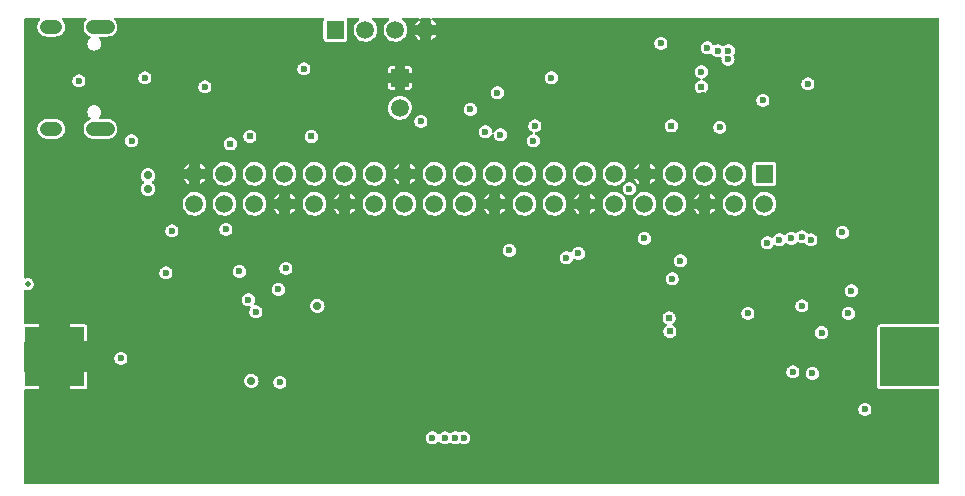
<source format=gbl>
G04 Layer: BottomLayer*
G04 EasyEDA v6.4.19.4, 2021-06-11T02:13:33+02:00*
G04 afcd8683cfac40e295d78014fa455b8c,92d7176e1a3f4c55b0c7f3235df8e186,10*
G04 Gerber Generator version 0.2*
G04 Scale: 100 percent, Rotated: No, Reflected: No *
G04 Dimensions in millimeters *
G04 leading zeros omitted , absolute positions ,4 integer and 5 decimal *
%FSLAX45Y45*%
%MOMM*%

%ADD14C,0.4000*%
%ADD15C,1.0000*%
%ADD18C,0.6096*%
%ADD19C,0.6000*%
%ADD20C,0.5000*%
%ADD21C,0.7000*%
%ADD50C,1.4986*%
%ADD51R,1.4986X1.4986*%
%ADD52C,1.1500*%

%LPD*%
G36*
X716534Y1600962D02*
G01*
X712622Y1601724D01*
X709320Y1603908D01*
X707136Y1607210D01*
X706374Y1611122D01*
X706374Y2393899D01*
X707136Y2397760D01*
X709320Y2401062D01*
X712622Y2403246D01*
X716534Y2404059D01*
X833831Y2404059D01*
X833831Y2548331D01*
X716534Y2548331D01*
X712622Y2549093D01*
X709320Y2551328D01*
X707136Y2554630D01*
X706374Y2558491D01*
X706374Y2800908D01*
X707136Y2804769D01*
X709320Y2808071D01*
X712622Y2810256D01*
X716534Y2811068D01*
X833831Y2811068D01*
X833831Y2955340D01*
X716534Y2955340D01*
X712622Y2956102D01*
X709320Y2958338D01*
X707136Y2961640D01*
X706374Y2965500D01*
X706374Y3238042D01*
X707085Y3241751D01*
X709117Y3245002D01*
X712165Y3247237D01*
X715873Y3248152D01*
X719632Y3247694D01*
X725322Y3245866D01*
X734314Y3244646D01*
X743407Y3245053D01*
X752246Y3247034D01*
X760577Y3250641D01*
X768146Y3255619D01*
X774700Y3261867D01*
X780034Y3269234D01*
X783996Y3277412D01*
X786384Y3286150D01*
X787196Y3295192D01*
X786384Y3304235D01*
X783996Y3312972D01*
X780034Y3321151D01*
X774700Y3328517D01*
X768146Y3334765D01*
X760577Y3339744D01*
X752246Y3343351D01*
X743407Y3345332D01*
X734314Y3345738D01*
X725322Y3344519D01*
X719632Y3342690D01*
X715873Y3342233D01*
X712165Y3343148D01*
X709117Y3345383D01*
X707085Y3348634D01*
X706374Y3352342D01*
X706374Y5539486D01*
X707136Y5543397D01*
X709320Y5546648D01*
X712622Y5548884D01*
X716534Y5549646D01*
X832053Y5549646D01*
X835914Y5548884D01*
X839216Y5546648D01*
X841451Y5543397D01*
X842213Y5539486D01*
X841451Y5535574D01*
X839216Y5532323D01*
X835253Y5528360D01*
X828141Y5518861D01*
X822502Y5508447D01*
X818337Y5497322D01*
X815797Y5485739D01*
X814984Y5473903D01*
X815797Y5462066D01*
X818337Y5450484D01*
X822502Y5439359D01*
X828141Y5428945D01*
X835253Y5419445D01*
X843635Y5411063D01*
X853135Y5403951D01*
X863549Y5398262D01*
X874674Y5394147D01*
X886256Y5391607D01*
X898448Y5390743D01*
X967740Y5390743D01*
X979932Y5391607D01*
X991514Y5394147D01*
X1002639Y5398262D01*
X1013053Y5403951D01*
X1022553Y5411063D01*
X1030935Y5419445D01*
X1038047Y5428945D01*
X1043686Y5439359D01*
X1047851Y5450484D01*
X1050391Y5462066D01*
X1051204Y5473903D01*
X1050391Y5485739D01*
X1047851Y5497322D01*
X1043686Y5508447D01*
X1038047Y5518861D01*
X1030935Y5528360D01*
X1026972Y5532323D01*
X1024737Y5535574D01*
X1023975Y5539486D01*
X1024737Y5543397D01*
X1026972Y5546648D01*
X1030274Y5548884D01*
X1034135Y5549646D01*
X1225042Y5549646D01*
X1228953Y5548884D01*
X1232255Y5546648D01*
X1234440Y5543397D01*
X1235202Y5539486D01*
X1234440Y5535574D01*
X1232255Y5532323D01*
X1228293Y5528360D01*
X1221181Y5518861D01*
X1215491Y5508447D01*
X1211326Y5497322D01*
X1208836Y5485739D01*
X1207973Y5473903D01*
X1208836Y5462066D01*
X1211326Y5450484D01*
X1215491Y5439359D01*
X1221181Y5428945D01*
X1228293Y5419445D01*
X1236675Y5411063D01*
X1246174Y5403951D01*
X1256588Y5398262D01*
X1262278Y5396128D01*
X1266088Y5393690D01*
X1268374Y5389829D01*
X1268831Y5385358D01*
X1267307Y5381142D01*
X1256131Y5371134D01*
X1249934Y5363464D01*
X1245108Y5354828D01*
X1241856Y5345531D01*
X1240180Y5335828D01*
X1240180Y5325973D01*
X1241856Y5316270D01*
X1245108Y5306974D01*
X1249934Y5298338D01*
X1256131Y5290667D01*
X1263548Y5284165D01*
X1271930Y5278983D01*
X1281074Y5275326D01*
X1290726Y5273243D01*
X1300581Y5272836D01*
X1310335Y5274056D01*
X1319784Y5276951D01*
X1328572Y5281422D01*
X1336497Y5287264D01*
X1343304Y5294376D01*
X1348841Y5302554D01*
X1352905Y5311546D01*
X1355394Y5321096D01*
X1356207Y5330901D01*
X1355394Y5340705D01*
X1352905Y5350256D01*
X1348841Y5359247D01*
X1343304Y5367426D01*
X1337411Y5373573D01*
X1335328Y5376875D01*
X1334617Y5380736D01*
X1335430Y5384596D01*
X1337614Y5387848D01*
X1340916Y5389981D01*
X1344777Y5390743D01*
X1410716Y5390743D01*
X1422908Y5391607D01*
X1434541Y5394147D01*
X1445615Y5398262D01*
X1456029Y5403951D01*
X1465529Y5411063D01*
X1473911Y5419445D01*
X1481023Y5428945D01*
X1486712Y5439359D01*
X1490878Y5450484D01*
X1493367Y5462066D01*
X1494231Y5473903D01*
X1493367Y5485739D01*
X1490878Y5497322D01*
X1486712Y5508447D01*
X1481023Y5518861D01*
X1473911Y5528360D01*
X1469948Y5532323D01*
X1467764Y5535574D01*
X1467002Y5539486D01*
X1467764Y5543397D01*
X1469948Y5546648D01*
X1473250Y5548884D01*
X1477162Y5549646D01*
X3233369Y5549646D01*
X3237484Y5548782D01*
X3240938Y5546242D01*
X3243021Y5542584D01*
X3243427Y5538368D01*
X3240227Y5528919D01*
X3239516Y5522671D01*
X3239516Y5373928D01*
X3240227Y5367680D01*
X3242106Y5362244D01*
X3245154Y5357418D01*
X3249218Y5353354D01*
X3254044Y5350306D01*
X3259480Y5348427D01*
X3265728Y5347716D01*
X3414471Y5347716D01*
X3420719Y5348427D01*
X3426155Y5350306D01*
X3430981Y5353354D01*
X3435045Y5357418D01*
X3438093Y5362244D01*
X3439972Y5367680D01*
X3440684Y5373928D01*
X3440684Y5522671D01*
X3439972Y5528919D01*
X3436772Y5538368D01*
X3437178Y5542584D01*
X3439261Y5546242D01*
X3442715Y5548782D01*
X3446830Y5549646D01*
X3531565Y5549646D01*
X3535679Y5548782D01*
X3539134Y5546293D01*
X3541217Y5542635D01*
X3541674Y5538470D01*
X3540404Y5534456D01*
X3537610Y5531307D01*
X3529177Y5525109D01*
X3519525Y5515762D01*
X3511194Y5505196D01*
X3504336Y5493664D01*
X3499104Y5481269D01*
X3495548Y5468315D01*
X3493770Y5455005D01*
X3493770Y5441594D01*
X3495548Y5428284D01*
X3499104Y5415330D01*
X3504336Y5402935D01*
X3511194Y5391404D01*
X3519525Y5380837D01*
X3529177Y5371490D01*
X3539998Y5363514D01*
X3551783Y5357063D01*
X3564331Y5352237D01*
X3577386Y5349138D01*
X3590747Y5347817D01*
X3604158Y5348224D01*
X3617417Y5350459D01*
X3630218Y5354472D01*
X3642410Y5360111D01*
X3653739Y5367324D01*
X3664000Y5376011D01*
X3673043Y5385968D01*
X3680612Y5397042D01*
X3686657Y5409031D01*
X3691077Y5421731D01*
X3693769Y5434888D01*
X3694684Y5448300D01*
X3693769Y5461711D01*
X3691077Y5474868D01*
X3686657Y5487568D01*
X3680612Y5499557D01*
X3673043Y5510631D01*
X3664000Y5520588D01*
X3653739Y5529275D01*
X3651148Y5530900D01*
X3648100Y5533948D01*
X3646576Y5538012D01*
X3646881Y5542330D01*
X3648913Y5546140D01*
X3652367Y5548731D01*
X3656634Y5549646D01*
X3785565Y5549646D01*
X3789679Y5548782D01*
X3793134Y5546293D01*
X3795217Y5542635D01*
X3795674Y5538470D01*
X3794404Y5534456D01*
X3791610Y5531307D01*
X3783177Y5525109D01*
X3773525Y5515762D01*
X3765194Y5505196D01*
X3758336Y5493664D01*
X3753104Y5481269D01*
X3749548Y5468315D01*
X3747770Y5455005D01*
X3747770Y5441594D01*
X3749548Y5428284D01*
X3753104Y5415330D01*
X3758336Y5402935D01*
X3765194Y5391404D01*
X3773525Y5380837D01*
X3783177Y5371490D01*
X3793998Y5363514D01*
X3805783Y5357063D01*
X3818331Y5352237D01*
X3831386Y5349138D01*
X3844747Y5347817D01*
X3858158Y5348224D01*
X3871417Y5350459D01*
X3884218Y5354472D01*
X3896410Y5360111D01*
X3907739Y5367324D01*
X3918000Y5376011D01*
X3927043Y5385968D01*
X3934612Y5397042D01*
X3940657Y5409031D01*
X3945077Y5421731D01*
X3947769Y5434888D01*
X3948684Y5448300D01*
X3947769Y5461711D01*
X3945077Y5474868D01*
X3940657Y5487568D01*
X3934612Y5499557D01*
X3927043Y5510631D01*
X3918000Y5520588D01*
X3907739Y5529275D01*
X3905148Y5530900D01*
X3902100Y5533948D01*
X3900576Y5538012D01*
X3900881Y5542330D01*
X3902913Y5546140D01*
X3906367Y5548731D01*
X3910634Y5549646D01*
X4039565Y5549646D01*
X4043679Y5548782D01*
X4047134Y5546293D01*
X4049217Y5542635D01*
X4049674Y5538470D01*
X4048404Y5534456D01*
X4045610Y5531307D01*
X4037177Y5525109D01*
X4027525Y5515762D01*
X4019194Y5505196D01*
X4012336Y5493664D01*
X4011676Y5492089D01*
X4058259Y5492089D01*
X4058259Y5539486D01*
X4059072Y5543397D01*
X4061256Y5546648D01*
X4064558Y5548884D01*
X4068470Y5549646D01*
X4135780Y5549646D01*
X4139641Y5548884D01*
X4142943Y5546648D01*
X4145127Y5543397D01*
X4145940Y5539486D01*
X4145940Y5492089D01*
X4192371Y5492089D01*
X4188612Y5499557D01*
X4181043Y5510631D01*
X4172000Y5520588D01*
X4161739Y5529275D01*
X4159148Y5530900D01*
X4156100Y5533948D01*
X4154576Y5538012D01*
X4154881Y5542330D01*
X4156913Y5546140D01*
X4160367Y5548731D01*
X4164634Y5549646D01*
X8444890Y5549646D01*
X8448751Y5548884D01*
X8452053Y5546648D01*
X8454288Y5543397D01*
X8455050Y5539486D01*
X8455050Y2965500D01*
X8454288Y2961640D01*
X8452053Y2958338D01*
X8448751Y2956102D01*
X8444890Y2955340D01*
X7954772Y2955340D01*
X7948472Y2954629D01*
X7943088Y2952750D01*
X7938211Y2949702D01*
X7934198Y2945638D01*
X7931150Y2940812D01*
X7929219Y2935376D01*
X7928559Y2929128D01*
X7928559Y2430272D01*
X7929219Y2423972D01*
X7931150Y2418588D01*
X7934198Y2413711D01*
X7938211Y2409698D01*
X7943088Y2406650D01*
X7948472Y2404719D01*
X7954772Y2404059D01*
X8444890Y2404059D01*
X8448751Y2403246D01*
X8452053Y2401062D01*
X8454288Y2397760D01*
X8455050Y2393899D01*
X8455050Y1611122D01*
X8454288Y1607210D01*
X8452053Y1603908D01*
X8448751Y1601724D01*
X8444890Y1600962D01*
G37*

%LPC*%
G36*
X4161790Y1938274D02*
G01*
X4171492Y1939137D01*
X4180840Y1941626D01*
X4189628Y1945741D01*
X4197553Y1951278D01*
X4204411Y1958136D01*
X4206189Y1960676D01*
X4208983Y1963369D01*
X4212590Y1964842D01*
X4216450Y1964842D01*
X4220057Y1963369D01*
X4222851Y1960676D01*
X4224578Y1958136D01*
X4231436Y1951278D01*
X4239412Y1945741D01*
X4248200Y1941626D01*
X4257548Y1939137D01*
X4267200Y1938274D01*
X4276852Y1939137D01*
X4286199Y1941626D01*
X4294987Y1945741D01*
X4302963Y1951278D01*
X4304487Y1952802D01*
X4307738Y1955038D01*
X4311650Y1955800D01*
X4315561Y1955038D01*
X4318812Y1952802D01*
X4320336Y1951278D01*
X4328312Y1945741D01*
X4337100Y1941626D01*
X4346448Y1939137D01*
X4356100Y1938274D01*
X4365752Y1939137D01*
X4375099Y1941626D01*
X4383887Y1945741D01*
X4385767Y1947062D01*
X4389577Y1948688D01*
X4393641Y1948688D01*
X4397451Y1947062D01*
X4399330Y1945741D01*
X4408119Y1941626D01*
X4417466Y1939137D01*
X4427118Y1938274D01*
X4436770Y1939137D01*
X4446117Y1941626D01*
X4454906Y1945741D01*
X4462881Y1951278D01*
X4469739Y1958136D01*
X4475276Y1966112D01*
X4479391Y1974900D01*
X4481880Y1984248D01*
X4482744Y1993900D01*
X4481880Y2003552D01*
X4479391Y2012899D01*
X4475276Y2021687D01*
X4469739Y2029663D01*
X4462881Y2036521D01*
X4454906Y2042058D01*
X4446117Y2046173D01*
X4436770Y2048662D01*
X4427118Y2049525D01*
X4417466Y2048662D01*
X4408119Y2046173D01*
X4399330Y2042058D01*
X4397451Y2040737D01*
X4393641Y2039112D01*
X4389577Y2039112D01*
X4385767Y2040737D01*
X4383887Y2042058D01*
X4375099Y2046173D01*
X4365752Y2048662D01*
X4356100Y2049525D01*
X4346448Y2048662D01*
X4337100Y2046173D01*
X4328312Y2042058D01*
X4320336Y2036521D01*
X4318812Y2034997D01*
X4315561Y2032762D01*
X4311650Y2032000D01*
X4307738Y2032762D01*
X4304487Y2034997D01*
X4302963Y2036521D01*
X4294987Y2042058D01*
X4286199Y2046173D01*
X4276852Y2048662D01*
X4267200Y2049525D01*
X4257548Y2048662D01*
X4248200Y2046173D01*
X4239412Y2042058D01*
X4231436Y2036521D01*
X4224578Y2029663D01*
X4222851Y2027123D01*
X4220057Y2024430D01*
X4216450Y2022957D01*
X4212590Y2022957D01*
X4208983Y2024430D01*
X4206189Y2027123D01*
X4204411Y2029663D01*
X4197553Y2036521D01*
X4189628Y2042058D01*
X4180840Y2046173D01*
X4171492Y2048662D01*
X4161790Y2049525D01*
X4152137Y2048662D01*
X4142790Y2046173D01*
X4134002Y2042058D01*
X4126077Y2036521D01*
X4119219Y2029663D01*
X4113631Y2021687D01*
X4109567Y2012899D01*
X4107027Y2003552D01*
X4106214Y1993900D01*
X4107027Y1984248D01*
X4109567Y1974900D01*
X4113631Y1966112D01*
X4119219Y1958136D01*
X4126077Y1951278D01*
X4134002Y1945741D01*
X4142790Y1941626D01*
X4152137Y1939137D01*
G37*
G36*
X7823200Y2179574D02*
G01*
X7832852Y2180437D01*
X7842199Y2182926D01*
X7850987Y2187041D01*
X7858963Y2192578D01*
X7865821Y2199436D01*
X7871358Y2207412D01*
X7875473Y2216200D01*
X7877962Y2225548D01*
X7878825Y2235200D01*
X7877962Y2244852D01*
X7875473Y2254199D01*
X7871358Y2262987D01*
X7865821Y2270963D01*
X7858963Y2277821D01*
X7850987Y2283358D01*
X7842199Y2287473D01*
X7832852Y2289962D01*
X7823200Y2290826D01*
X7813548Y2289962D01*
X7804200Y2287473D01*
X7795412Y2283358D01*
X7787436Y2277821D01*
X7780578Y2270963D01*
X7775041Y2262987D01*
X7770926Y2254199D01*
X7768437Y2244852D01*
X7767574Y2235200D01*
X7768437Y2225548D01*
X7770926Y2216200D01*
X7775041Y2207412D01*
X7780578Y2199436D01*
X7787436Y2192578D01*
X7795412Y2187041D01*
X7804200Y2182926D01*
X7813548Y2180437D01*
G37*
G36*
X1096568Y2404059D02*
G01*
X1214628Y2404059D01*
X1220876Y2404770D01*
X1226312Y2406650D01*
X1231138Y2409698D01*
X1235202Y2413762D01*
X1238250Y2418588D01*
X1240129Y2424023D01*
X1240840Y2430272D01*
X1240840Y2548331D01*
X1096568Y2548331D01*
G37*
G36*
X2870200Y2408174D02*
G01*
X2879852Y2409037D01*
X2889199Y2411526D01*
X2897987Y2415641D01*
X2905963Y2421178D01*
X2912821Y2428036D01*
X2918358Y2436012D01*
X2922473Y2444800D01*
X2924962Y2454148D01*
X2925826Y2463800D01*
X2924962Y2473452D01*
X2922473Y2482799D01*
X2918358Y2491587D01*
X2912821Y2499563D01*
X2905963Y2506421D01*
X2897987Y2511958D01*
X2889199Y2516073D01*
X2879852Y2518562D01*
X2870200Y2519426D01*
X2860548Y2518562D01*
X2851200Y2516073D01*
X2842412Y2511958D01*
X2834436Y2506421D01*
X2827578Y2499563D01*
X2822041Y2491587D01*
X2817926Y2482799D01*
X2815437Y2473452D01*
X2814574Y2463800D01*
X2815437Y2454148D01*
X2817926Y2444800D01*
X2822041Y2436012D01*
X2827578Y2428036D01*
X2834436Y2421178D01*
X2842412Y2415641D01*
X2851200Y2411526D01*
X2860548Y2409037D01*
G37*
G36*
X2623870Y2416098D02*
G01*
X2633929Y2416098D01*
X2643784Y2417724D01*
X2653233Y2420975D01*
X2662072Y2425750D01*
X2669946Y2431897D01*
X2676753Y2439263D01*
X2682189Y2447645D01*
X2686253Y2456840D01*
X2688691Y2466543D01*
X2689504Y2476500D01*
X2688691Y2486456D01*
X2686253Y2496159D01*
X2682189Y2505354D01*
X2676753Y2513736D01*
X2669946Y2521102D01*
X2662072Y2527249D01*
X2653233Y2532024D01*
X2643784Y2535275D01*
X2633929Y2536901D01*
X2623870Y2536901D01*
X2614015Y2535275D01*
X2604566Y2532024D01*
X2595727Y2527249D01*
X2587853Y2521102D01*
X2581046Y2513736D01*
X2575610Y2505354D01*
X2571546Y2496159D01*
X2569108Y2486456D01*
X2568295Y2476500D01*
X2569108Y2466543D01*
X2571546Y2456840D01*
X2575610Y2447645D01*
X2581046Y2439263D01*
X2587853Y2431897D01*
X2595727Y2425750D01*
X2604566Y2420975D01*
X2614015Y2417724D01*
G37*
G36*
X7378700Y2484374D02*
G01*
X7388352Y2485237D01*
X7397699Y2487726D01*
X7406487Y2491841D01*
X7414463Y2497378D01*
X7421321Y2504236D01*
X7426858Y2512212D01*
X7430973Y2521000D01*
X7433462Y2530348D01*
X7434325Y2540000D01*
X7433462Y2549652D01*
X7430973Y2558999D01*
X7426858Y2567787D01*
X7421321Y2575763D01*
X7414463Y2582621D01*
X7406487Y2588158D01*
X7397699Y2592273D01*
X7388352Y2594762D01*
X7378700Y2595626D01*
X7369048Y2594762D01*
X7359700Y2592273D01*
X7350912Y2588158D01*
X7342936Y2582621D01*
X7336078Y2575763D01*
X7330541Y2567787D01*
X7326426Y2558999D01*
X7323937Y2549652D01*
X7323074Y2540000D01*
X7323937Y2530348D01*
X7326426Y2521000D01*
X7330541Y2512212D01*
X7336078Y2504236D01*
X7342936Y2497378D01*
X7350912Y2491841D01*
X7359700Y2487726D01*
X7369048Y2485237D01*
G37*
G36*
X7213600Y2497074D02*
G01*
X7223252Y2497937D01*
X7232599Y2500426D01*
X7241387Y2504541D01*
X7249363Y2510078D01*
X7256221Y2516936D01*
X7261758Y2524912D01*
X7265873Y2533700D01*
X7268362Y2543048D01*
X7269225Y2552700D01*
X7268362Y2562352D01*
X7265873Y2571699D01*
X7261758Y2580487D01*
X7256221Y2588463D01*
X7249363Y2595321D01*
X7241387Y2600858D01*
X7232599Y2604973D01*
X7223252Y2607462D01*
X7213600Y2608326D01*
X7203948Y2607462D01*
X7194600Y2604973D01*
X7185812Y2600858D01*
X7177836Y2595321D01*
X7170978Y2588463D01*
X7165441Y2580487D01*
X7161326Y2571699D01*
X7158837Y2562352D01*
X7157974Y2552700D01*
X7158837Y2543048D01*
X7161326Y2533700D01*
X7165441Y2524912D01*
X7170978Y2516936D01*
X7177836Y2510078D01*
X7185812Y2504541D01*
X7194600Y2500426D01*
X7203948Y2497937D01*
G37*
G36*
X1524000Y2611374D02*
G01*
X1533652Y2612237D01*
X1542999Y2614726D01*
X1551787Y2618841D01*
X1559763Y2624378D01*
X1566621Y2631236D01*
X1572158Y2639212D01*
X1576273Y2648000D01*
X1578762Y2657348D01*
X1579626Y2667000D01*
X1578762Y2676652D01*
X1576273Y2685999D01*
X1572158Y2694787D01*
X1566621Y2702763D01*
X1559763Y2709621D01*
X1551787Y2715158D01*
X1542999Y2719273D01*
X1533652Y2721762D01*
X1524000Y2722626D01*
X1514348Y2721762D01*
X1505000Y2719273D01*
X1496212Y2715158D01*
X1488236Y2709621D01*
X1481378Y2702763D01*
X1475841Y2694787D01*
X1471726Y2685999D01*
X1469237Y2676652D01*
X1468374Y2667000D01*
X1469237Y2657348D01*
X1471726Y2648000D01*
X1475841Y2639212D01*
X1481378Y2631236D01*
X1488236Y2624378D01*
X1496212Y2618841D01*
X1505000Y2614726D01*
X1514348Y2612237D01*
G37*
G36*
X1096568Y2811068D02*
G01*
X1240840Y2811068D01*
X1240840Y2929128D01*
X1240129Y2935376D01*
X1238250Y2940812D01*
X1235202Y2945638D01*
X1231138Y2949702D01*
X1226312Y2952750D01*
X1220876Y2954629D01*
X1214628Y2955340D01*
X1096568Y2955340D01*
G37*
G36*
X7456576Y2828950D02*
G01*
X7466228Y2829814D01*
X7475575Y2832303D01*
X7484364Y2836418D01*
X7492339Y2841955D01*
X7499197Y2848813D01*
X7504734Y2856788D01*
X7508849Y2865577D01*
X7511338Y2874924D01*
X7512202Y2884576D01*
X7511338Y2894228D01*
X7508849Y2903575D01*
X7504734Y2912364D01*
X7499197Y2920339D01*
X7492339Y2927197D01*
X7484364Y2932734D01*
X7475575Y2936849D01*
X7466228Y2939338D01*
X7456576Y2940202D01*
X7446924Y2939338D01*
X7437577Y2936849D01*
X7428788Y2932734D01*
X7420813Y2927197D01*
X7413955Y2920339D01*
X7408418Y2912364D01*
X7404303Y2903575D01*
X7401814Y2894228D01*
X7400950Y2884576D01*
X7401814Y2874924D01*
X7404303Y2865577D01*
X7408418Y2856788D01*
X7413955Y2848813D01*
X7420813Y2841955D01*
X7428788Y2836418D01*
X7437577Y2832303D01*
X7446924Y2829814D01*
G37*
G36*
X6172200Y2839516D02*
G01*
X6181953Y2840380D01*
X6191402Y2842869D01*
X6200241Y2847035D01*
X6208268Y2852623D01*
X6215176Y2859532D01*
X6220764Y2867558D01*
X6224930Y2876397D01*
X6227419Y2885846D01*
X6228283Y2895600D01*
X6227419Y2905353D01*
X6224930Y2914802D01*
X6220764Y2923641D01*
X6215176Y2931668D01*
X6208268Y2938576D01*
X6200241Y2944164D01*
X6198260Y2945130D01*
X6194907Y2947670D01*
X6192824Y2951327D01*
X6192469Y2955544D01*
X6193840Y2959557D01*
X6196736Y2962656D01*
X6202832Y2966923D01*
X6209792Y2973832D01*
X6215380Y2981858D01*
X6219494Y2990697D01*
X6222034Y3000146D01*
X6222898Y3009900D01*
X6222034Y3019653D01*
X6219494Y3029102D01*
X6215380Y3037941D01*
X6209792Y3045968D01*
X6202832Y3052876D01*
X6194856Y3058464D01*
X6185966Y3062630D01*
X6176518Y3065119D01*
X6166815Y3065983D01*
X6157061Y3065119D01*
X6147612Y3062630D01*
X6138773Y3058464D01*
X6130747Y3052876D01*
X6123838Y3045968D01*
X6118199Y3037941D01*
X6114084Y3029102D01*
X6111544Y3019653D01*
X6110681Y3009900D01*
X6111544Y3000146D01*
X6114084Y2990697D01*
X6118199Y2981858D01*
X6123838Y2973832D01*
X6130747Y2966923D01*
X6138773Y2961335D01*
X6140754Y2960370D01*
X6144107Y2957830D01*
X6146139Y2954172D01*
X6146546Y2949956D01*
X6145174Y2945942D01*
X6142278Y2942844D01*
X6136132Y2938576D01*
X6129223Y2931668D01*
X6123635Y2923641D01*
X6119469Y2914802D01*
X6116980Y2905353D01*
X6116116Y2895600D01*
X6116980Y2885846D01*
X6119469Y2876397D01*
X6123635Y2867558D01*
X6129223Y2859532D01*
X6136132Y2852623D01*
X6144158Y2847035D01*
X6152997Y2842869D01*
X6162446Y2840380D01*
G37*
G36*
X6832600Y2992374D02*
G01*
X6842252Y2993237D01*
X6851599Y2995726D01*
X6860387Y2999841D01*
X6868363Y3005378D01*
X6875221Y3012236D01*
X6880758Y3020212D01*
X6884873Y3029000D01*
X6887362Y3038348D01*
X6888225Y3048000D01*
X6887362Y3057652D01*
X6884873Y3066999D01*
X6880758Y3075787D01*
X6875221Y3083763D01*
X6868363Y3090621D01*
X6860387Y3096158D01*
X6851599Y3100273D01*
X6842252Y3102762D01*
X6832600Y3103626D01*
X6822948Y3102762D01*
X6813600Y3100273D01*
X6804812Y3096158D01*
X6796836Y3090621D01*
X6789978Y3083763D01*
X6784441Y3075787D01*
X6780326Y3066999D01*
X6777837Y3057652D01*
X6776974Y3048000D01*
X6777837Y3038348D01*
X6780326Y3029000D01*
X6784441Y3020212D01*
X6789978Y3012236D01*
X6796836Y3005378D01*
X6804812Y2999841D01*
X6813600Y2995726D01*
X6822948Y2993237D01*
G37*
G36*
X7683500Y2992374D02*
G01*
X7693152Y2993237D01*
X7702499Y2995726D01*
X7711287Y2999841D01*
X7719263Y3005378D01*
X7726121Y3012236D01*
X7731658Y3020212D01*
X7735773Y3029000D01*
X7738262Y3038348D01*
X7739125Y3048000D01*
X7738262Y3057652D01*
X7735773Y3066999D01*
X7731658Y3075787D01*
X7726121Y3083763D01*
X7719263Y3090621D01*
X7711287Y3096158D01*
X7702499Y3100273D01*
X7693152Y3102762D01*
X7683500Y3103626D01*
X7673848Y3102762D01*
X7664500Y3100273D01*
X7655712Y3096158D01*
X7647736Y3090621D01*
X7640878Y3083763D01*
X7635341Y3075787D01*
X7631226Y3066999D01*
X7628737Y3057652D01*
X7627874Y3048000D01*
X7628737Y3038348D01*
X7631226Y3029000D01*
X7635341Y3020212D01*
X7640878Y3012236D01*
X7647736Y3005378D01*
X7655712Y2999841D01*
X7664500Y2995726D01*
X7673848Y2993237D01*
G37*
G36*
X2667000Y3005074D02*
G01*
X2676652Y3005937D01*
X2685999Y3008426D01*
X2694787Y3012541D01*
X2702763Y3018078D01*
X2709621Y3024936D01*
X2715158Y3032912D01*
X2719273Y3041700D01*
X2721762Y3051048D01*
X2722626Y3060700D01*
X2721762Y3070352D01*
X2719273Y3079699D01*
X2715158Y3088487D01*
X2709621Y3096463D01*
X2702763Y3103321D01*
X2694787Y3108858D01*
X2685999Y3112973D01*
X2676652Y3115462D01*
X2667000Y3116326D01*
X2658821Y3115614D01*
X2655011Y3115970D01*
X2651607Y3117748D01*
X2649118Y3120644D01*
X2647848Y3124250D01*
X2648051Y3128060D01*
X2649626Y3131566D01*
X2651658Y3134512D01*
X2655773Y3143300D01*
X2658262Y3152648D01*
X2659126Y3162300D01*
X2658262Y3171952D01*
X2655773Y3181299D01*
X2651658Y3190087D01*
X2646121Y3198063D01*
X2639263Y3204921D01*
X2631287Y3210458D01*
X2622499Y3214573D01*
X2613152Y3217062D01*
X2603500Y3217926D01*
X2593848Y3217062D01*
X2584500Y3214573D01*
X2575712Y3210458D01*
X2567736Y3204921D01*
X2560878Y3198063D01*
X2555341Y3190087D01*
X2551226Y3181299D01*
X2548737Y3171952D01*
X2547874Y3162300D01*
X2548737Y3152648D01*
X2551226Y3143300D01*
X2555341Y3134512D01*
X2560878Y3126536D01*
X2567736Y3119678D01*
X2575712Y3114141D01*
X2584500Y3110026D01*
X2593848Y3107537D01*
X2603500Y3106674D01*
X2611678Y3107385D01*
X2615488Y3107029D01*
X2618892Y3105251D01*
X2621381Y3102356D01*
X2622651Y3098749D01*
X2622448Y3094939D01*
X2620873Y3091434D01*
X2618841Y3088487D01*
X2614726Y3079699D01*
X2612237Y3070352D01*
X2611374Y3060700D01*
X2612237Y3051048D01*
X2614726Y3041700D01*
X2618841Y3032912D01*
X2624378Y3024936D01*
X2631236Y3018078D01*
X2639212Y3012541D01*
X2648000Y3008426D01*
X2657348Y3005937D01*
G37*
G36*
X3182670Y3051098D02*
G01*
X3192729Y3051098D01*
X3202584Y3052724D01*
X3212033Y3055975D01*
X3220872Y3060750D01*
X3228746Y3066897D01*
X3235553Y3074263D01*
X3240989Y3082645D01*
X3245053Y3091840D01*
X3247491Y3101543D01*
X3248304Y3111500D01*
X3247491Y3121456D01*
X3245053Y3131159D01*
X3240989Y3140354D01*
X3235553Y3148736D01*
X3228746Y3156102D01*
X3220872Y3162249D01*
X3212033Y3167024D01*
X3202584Y3170275D01*
X3192729Y3171901D01*
X3182670Y3171901D01*
X3172815Y3170275D01*
X3163366Y3167024D01*
X3154527Y3162249D01*
X3146653Y3156102D01*
X3139846Y3148736D01*
X3134410Y3140354D01*
X3130346Y3131159D01*
X3127908Y3121456D01*
X3127095Y3111500D01*
X3127908Y3101543D01*
X3130346Y3091840D01*
X3134410Y3082645D01*
X3139846Y3074263D01*
X3146653Y3066897D01*
X3154527Y3060750D01*
X3163366Y3055975D01*
X3172815Y3052724D01*
G37*
G36*
X7289800Y3055874D02*
G01*
X7299452Y3056737D01*
X7308799Y3059226D01*
X7317587Y3063341D01*
X7325563Y3068878D01*
X7332421Y3075736D01*
X7337958Y3083712D01*
X7342073Y3092500D01*
X7344562Y3101848D01*
X7345425Y3111500D01*
X7344562Y3121152D01*
X7342073Y3130499D01*
X7337958Y3139287D01*
X7332421Y3147263D01*
X7325563Y3154121D01*
X7317587Y3159658D01*
X7308799Y3163773D01*
X7299452Y3166262D01*
X7289800Y3167126D01*
X7280148Y3166262D01*
X7270800Y3163773D01*
X7262012Y3159658D01*
X7254036Y3154121D01*
X7247178Y3147263D01*
X7241641Y3139287D01*
X7237526Y3130499D01*
X7235037Y3121152D01*
X7234174Y3111500D01*
X7235037Y3101848D01*
X7237526Y3092500D01*
X7241641Y3083712D01*
X7247178Y3075736D01*
X7254036Y3068878D01*
X7262012Y3063341D01*
X7270800Y3059226D01*
X7280148Y3056737D01*
G37*
G36*
X7708900Y3182874D02*
G01*
X7718552Y3183737D01*
X7727899Y3186226D01*
X7736687Y3190341D01*
X7744663Y3195878D01*
X7751521Y3202736D01*
X7757058Y3210712D01*
X7761173Y3219500D01*
X7763662Y3228848D01*
X7764525Y3238500D01*
X7763662Y3248152D01*
X7761173Y3257499D01*
X7757058Y3266287D01*
X7751521Y3274263D01*
X7744663Y3281121D01*
X7736687Y3286658D01*
X7727899Y3290773D01*
X7718552Y3293262D01*
X7708900Y3294126D01*
X7699248Y3293262D01*
X7689900Y3290773D01*
X7681112Y3286658D01*
X7673136Y3281121D01*
X7666278Y3274263D01*
X7660741Y3266287D01*
X7656626Y3257499D01*
X7654137Y3248152D01*
X7653274Y3238500D01*
X7654137Y3228848D01*
X7656626Y3219500D01*
X7660741Y3210712D01*
X7666278Y3202736D01*
X7673136Y3195878D01*
X7681112Y3190341D01*
X7689900Y3186226D01*
X7699248Y3183737D01*
G37*
G36*
X2857500Y3195574D02*
G01*
X2867152Y3196437D01*
X2876499Y3198926D01*
X2885287Y3203041D01*
X2893263Y3208578D01*
X2900121Y3215436D01*
X2905658Y3223412D01*
X2909773Y3232200D01*
X2912262Y3241548D01*
X2913126Y3251200D01*
X2912262Y3260852D01*
X2909773Y3270199D01*
X2905658Y3278987D01*
X2900121Y3286963D01*
X2893263Y3293821D01*
X2885287Y3299358D01*
X2876499Y3303473D01*
X2867152Y3305962D01*
X2857500Y3306826D01*
X2847848Y3305962D01*
X2838500Y3303473D01*
X2829712Y3299358D01*
X2821736Y3293821D01*
X2814878Y3286963D01*
X2809341Y3278987D01*
X2805226Y3270199D01*
X2802737Y3260852D01*
X2801874Y3251200D01*
X2802737Y3241548D01*
X2805226Y3232200D01*
X2809341Y3223412D01*
X2814878Y3215436D01*
X2821736Y3208578D01*
X2829712Y3203041D01*
X2838500Y3198926D01*
X2847848Y3196437D01*
G37*
G36*
X6192774Y3284474D02*
G01*
X6202426Y3285337D01*
X6211773Y3287826D01*
X6220561Y3291941D01*
X6228537Y3297478D01*
X6235395Y3304336D01*
X6240932Y3312312D01*
X6245047Y3321100D01*
X6247536Y3330448D01*
X6248400Y3340100D01*
X6247536Y3349751D01*
X6245047Y3359099D01*
X6240932Y3367887D01*
X6235395Y3375863D01*
X6228537Y3382721D01*
X6220561Y3388258D01*
X6211773Y3392373D01*
X6202426Y3394862D01*
X6192774Y3395726D01*
X6183122Y3394862D01*
X6173774Y3392373D01*
X6164986Y3388258D01*
X6157010Y3382721D01*
X6150152Y3375863D01*
X6144615Y3367887D01*
X6140500Y3359099D01*
X6138011Y3349751D01*
X6137148Y3340100D01*
X6138011Y3330448D01*
X6140500Y3321100D01*
X6144615Y3312312D01*
X6150152Y3304336D01*
X6157010Y3297478D01*
X6164986Y3291941D01*
X6173774Y3287826D01*
X6183122Y3285337D01*
G37*
G36*
X1905000Y3335274D02*
G01*
X1914652Y3336137D01*
X1923999Y3338626D01*
X1932787Y3342741D01*
X1940763Y3348278D01*
X1947621Y3355136D01*
X1953158Y3363112D01*
X1957273Y3371900D01*
X1959762Y3381248D01*
X1960625Y3390900D01*
X1959762Y3400551D01*
X1957273Y3409899D01*
X1953158Y3418687D01*
X1947621Y3426663D01*
X1940763Y3433521D01*
X1932787Y3439058D01*
X1923999Y3443173D01*
X1914652Y3445662D01*
X1905000Y3446526D01*
X1895348Y3445662D01*
X1886000Y3443173D01*
X1877212Y3439058D01*
X1869236Y3433521D01*
X1862378Y3426663D01*
X1856841Y3418687D01*
X1852726Y3409899D01*
X1850237Y3400551D01*
X1849374Y3390900D01*
X1850237Y3381248D01*
X1852726Y3371900D01*
X1856841Y3363112D01*
X1862378Y3355136D01*
X1869236Y3348278D01*
X1877212Y3342741D01*
X1886000Y3338626D01*
X1895348Y3336137D01*
G37*
G36*
X2527300Y3347974D02*
G01*
X2536952Y3348837D01*
X2546299Y3351326D01*
X2555087Y3355441D01*
X2563063Y3360978D01*
X2569921Y3367836D01*
X2575458Y3375812D01*
X2579573Y3384600D01*
X2582062Y3393948D01*
X2582926Y3403600D01*
X2582062Y3413251D01*
X2579573Y3422599D01*
X2575458Y3431387D01*
X2569921Y3439363D01*
X2563063Y3446221D01*
X2555087Y3451758D01*
X2546299Y3455873D01*
X2536952Y3458362D01*
X2527300Y3459226D01*
X2517648Y3458362D01*
X2508300Y3455873D01*
X2499512Y3451758D01*
X2491536Y3446221D01*
X2484678Y3439363D01*
X2479141Y3431387D01*
X2475026Y3422599D01*
X2472537Y3413251D01*
X2471674Y3403600D01*
X2472537Y3393948D01*
X2475026Y3384600D01*
X2479141Y3375812D01*
X2484678Y3367836D01*
X2491536Y3360978D01*
X2499512Y3355441D01*
X2508300Y3351326D01*
X2517648Y3348837D01*
G37*
G36*
X2921000Y3373374D02*
G01*
X2930652Y3374237D01*
X2939999Y3376726D01*
X2948787Y3380841D01*
X2956763Y3386378D01*
X2963621Y3393236D01*
X2969158Y3401212D01*
X2973273Y3410000D01*
X2975762Y3419348D01*
X2976626Y3429000D01*
X2975762Y3438651D01*
X2973273Y3447999D01*
X2969158Y3456787D01*
X2963621Y3464763D01*
X2956763Y3471621D01*
X2948787Y3477158D01*
X2939999Y3481273D01*
X2930652Y3483762D01*
X2921000Y3484626D01*
X2911348Y3483762D01*
X2902000Y3481273D01*
X2893212Y3477158D01*
X2885236Y3471621D01*
X2878378Y3464763D01*
X2872841Y3456787D01*
X2868726Y3447999D01*
X2866237Y3438651D01*
X2865374Y3429000D01*
X2866237Y3419348D01*
X2868726Y3410000D01*
X2872841Y3401212D01*
X2878378Y3393236D01*
X2885236Y3386378D01*
X2893212Y3380841D01*
X2902000Y3376726D01*
X2911348Y3374237D01*
G37*
G36*
X6261100Y3436874D02*
G01*
X6270752Y3437737D01*
X6280099Y3440226D01*
X6288887Y3444341D01*
X6296863Y3449878D01*
X6303721Y3456736D01*
X6309258Y3464712D01*
X6313373Y3473500D01*
X6315862Y3482848D01*
X6316726Y3492500D01*
X6315862Y3502151D01*
X6313373Y3511499D01*
X6309258Y3520287D01*
X6303721Y3528263D01*
X6296863Y3535121D01*
X6288887Y3540658D01*
X6280099Y3544773D01*
X6270752Y3547262D01*
X6261100Y3548126D01*
X6251448Y3547262D01*
X6242100Y3544773D01*
X6233312Y3540658D01*
X6225336Y3535121D01*
X6218478Y3528263D01*
X6212941Y3520287D01*
X6208826Y3511499D01*
X6206337Y3502151D01*
X6205474Y3492500D01*
X6206337Y3482848D01*
X6208826Y3473500D01*
X6212941Y3464712D01*
X6218478Y3456736D01*
X6225336Y3449878D01*
X6233312Y3444341D01*
X6242100Y3440226D01*
X6251448Y3437737D01*
G37*
G36*
X5295900Y3462274D02*
G01*
X5305552Y3463137D01*
X5314899Y3465626D01*
X5323687Y3469741D01*
X5331663Y3475278D01*
X5338521Y3482136D01*
X5344058Y3490112D01*
X5348173Y3498900D01*
X5349849Y3505098D01*
X5351526Y3508603D01*
X5354421Y3511194D01*
X5358028Y3512515D01*
X5361940Y3512362D01*
X5365445Y3510787D01*
X5369712Y3507841D01*
X5378500Y3503726D01*
X5387848Y3501237D01*
X5397500Y3500374D01*
X5407152Y3501237D01*
X5416499Y3503726D01*
X5425287Y3507841D01*
X5433263Y3513378D01*
X5440121Y3520236D01*
X5445658Y3528212D01*
X5449773Y3537000D01*
X5452262Y3546348D01*
X5453126Y3556000D01*
X5452262Y3565651D01*
X5449773Y3574999D01*
X5445658Y3583787D01*
X5440121Y3591763D01*
X5433263Y3598621D01*
X5425287Y3604158D01*
X5416499Y3608273D01*
X5407152Y3610762D01*
X5397500Y3611626D01*
X5387848Y3610762D01*
X5378500Y3608273D01*
X5369712Y3604158D01*
X5361736Y3598621D01*
X5354878Y3591763D01*
X5349341Y3583787D01*
X5345226Y3574999D01*
X5343550Y3568801D01*
X5341874Y3565296D01*
X5338978Y3562705D01*
X5335371Y3561384D01*
X5331460Y3561537D01*
X5327954Y3563112D01*
X5323687Y3566058D01*
X5314899Y3570173D01*
X5305552Y3572662D01*
X5295900Y3573526D01*
X5286248Y3572662D01*
X5276900Y3570173D01*
X5268112Y3566058D01*
X5260136Y3560521D01*
X5253278Y3553663D01*
X5247741Y3545687D01*
X5243626Y3536899D01*
X5241137Y3527551D01*
X5240274Y3517900D01*
X5241137Y3508248D01*
X5243626Y3498900D01*
X5247741Y3490112D01*
X5253278Y3482136D01*
X5260136Y3475278D01*
X5268112Y3469741D01*
X5276900Y3465626D01*
X5286248Y3463137D01*
G37*
G36*
X4813300Y3525774D02*
G01*
X4822952Y3526637D01*
X4832299Y3529126D01*
X4841087Y3533241D01*
X4849063Y3538778D01*
X4855921Y3545636D01*
X4861458Y3553612D01*
X4865573Y3562400D01*
X4868062Y3571748D01*
X4868926Y3581400D01*
X4868062Y3591051D01*
X4865573Y3600399D01*
X4861458Y3609187D01*
X4855921Y3617163D01*
X4849063Y3624021D01*
X4841087Y3629558D01*
X4832299Y3633673D01*
X4822952Y3636162D01*
X4813300Y3637026D01*
X4803648Y3636162D01*
X4794300Y3633673D01*
X4785512Y3629558D01*
X4777536Y3624021D01*
X4770678Y3617163D01*
X4765141Y3609187D01*
X4761026Y3600399D01*
X4758537Y3591051D01*
X4757674Y3581400D01*
X4758537Y3571748D01*
X4761026Y3562400D01*
X4765141Y3553612D01*
X4770678Y3545636D01*
X4777536Y3538778D01*
X4785512Y3533241D01*
X4794300Y3529126D01*
X4803648Y3526637D01*
G37*
G36*
X6997700Y3589274D02*
G01*
X7007352Y3590137D01*
X7016699Y3592626D01*
X7025487Y3596741D01*
X7033463Y3602278D01*
X7040321Y3609136D01*
X7045858Y3617112D01*
X7048804Y3623462D01*
X7051497Y3626916D01*
X7055408Y3628948D01*
X7059777Y3629151D01*
X7063841Y3627475D01*
X7071512Y3622141D01*
X7080300Y3618026D01*
X7089648Y3615537D01*
X7099300Y3614674D01*
X7108952Y3615537D01*
X7118299Y3618026D01*
X7127087Y3622141D01*
X7135063Y3627678D01*
X7141921Y3634536D01*
X7146950Y3641750D01*
X7150201Y3644696D01*
X7154367Y3646017D01*
X7158736Y3645458D01*
X7162444Y3643122D01*
X7165136Y3640378D01*
X7173112Y3634841D01*
X7181900Y3630726D01*
X7191248Y3628237D01*
X7200900Y3627374D01*
X7210552Y3628237D01*
X7219899Y3630726D01*
X7228687Y3634841D01*
X7236663Y3640378D01*
X7246772Y3650538D01*
X7250430Y3651961D01*
X7254392Y3651910D01*
X7258050Y3650284D01*
X7262012Y3647541D01*
X7270800Y3643426D01*
X7280148Y3640937D01*
X7289800Y3640074D01*
X7299452Y3640937D01*
X7309002Y3643477D01*
X7313066Y3643731D01*
X7316927Y3642309D01*
X7319924Y3639515D01*
X7323378Y3634536D01*
X7330236Y3627678D01*
X7338212Y3622141D01*
X7347000Y3618026D01*
X7356348Y3615537D01*
X7366000Y3614674D01*
X7375652Y3615537D01*
X7384999Y3618026D01*
X7393787Y3622141D01*
X7401763Y3627678D01*
X7408621Y3634536D01*
X7414158Y3642512D01*
X7418273Y3651300D01*
X7420762Y3660648D01*
X7421625Y3670300D01*
X7420762Y3679951D01*
X7418273Y3689299D01*
X7414158Y3698087D01*
X7408621Y3706063D01*
X7401763Y3712921D01*
X7393787Y3718458D01*
X7384999Y3722573D01*
X7375652Y3725062D01*
X7366000Y3725926D01*
X7356348Y3725062D01*
X7346797Y3722522D01*
X7342733Y3722268D01*
X7338872Y3723690D01*
X7335875Y3726484D01*
X7332421Y3731463D01*
X7325563Y3738321D01*
X7317587Y3743858D01*
X7308799Y3747973D01*
X7299452Y3750462D01*
X7289800Y3751326D01*
X7280148Y3750462D01*
X7270800Y3747973D01*
X7262012Y3743858D01*
X7254036Y3738321D01*
X7243927Y3728161D01*
X7240270Y3726738D01*
X7236307Y3726789D01*
X7232650Y3728415D01*
X7228687Y3731158D01*
X7219899Y3735273D01*
X7210552Y3737762D01*
X7200900Y3738626D01*
X7191248Y3737762D01*
X7181900Y3735273D01*
X7173112Y3731158D01*
X7165136Y3725621D01*
X7158278Y3718763D01*
X7153249Y3711549D01*
X7149998Y3708603D01*
X7145832Y3707282D01*
X7141464Y3707841D01*
X7137755Y3710178D01*
X7135063Y3712921D01*
X7127087Y3718458D01*
X7118299Y3722573D01*
X7108952Y3725062D01*
X7099300Y3725926D01*
X7089648Y3725062D01*
X7080300Y3722573D01*
X7071512Y3718458D01*
X7063536Y3712921D01*
X7056678Y3706063D01*
X7051141Y3698087D01*
X7048195Y3691737D01*
X7045502Y3688283D01*
X7041591Y3686251D01*
X7037222Y3686048D01*
X7033158Y3687724D01*
X7025487Y3693058D01*
X7016699Y3697173D01*
X7007352Y3699662D01*
X6997700Y3700526D01*
X6988048Y3699662D01*
X6978700Y3697173D01*
X6969912Y3693058D01*
X6961936Y3687521D01*
X6955078Y3680663D01*
X6949541Y3672687D01*
X6945426Y3663899D01*
X6942937Y3654551D01*
X6942074Y3644900D01*
X6942937Y3635248D01*
X6945426Y3625900D01*
X6949541Y3617112D01*
X6955078Y3609136D01*
X6961936Y3602278D01*
X6969912Y3596741D01*
X6978700Y3592626D01*
X6988048Y3590137D01*
G37*
G36*
X5956300Y3627374D02*
G01*
X5965952Y3628237D01*
X5975299Y3630726D01*
X5984087Y3634841D01*
X5992063Y3640378D01*
X5998921Y3647236D01*
X6004458Y3655212D01*
X6008573Y3664000D01*
X6011062Y3673348D01*
X6011926Y3683000D01*
X6011062Y3692651D01*
X6008573Y3701999D01*
X6004458Y3710787D01*
X5998921Y3718763D01*
X5992063Y3725621D01*
X5984087Y3731158D01*
X5975299Y3735273D01*
X5965952Y3737762D01*
X5956300Y3738626D01*
X5946648Y3737762D01*
X5937300Y3735273D01*
X5928512Y3731158D01*
X5920536Y3725621D01*
X5913678Y3718763D01*
X5908141Y3710787D01*
X5904026Y3701999D01*
X5901537Y3692651D01*
X5900674Y3683000D01*
X5901537Y3673348D01*
X5904026Y3664000D01*
X5908141Y3655212D01*
X5913678Y3647236D01*
X5920536Y3640378D01*
X5928512Y3634841D01*
X5937300Y3630726D01*
X5946648Y3628237D01*
G37*
G36*
X7632700Y3678174D02*
G01*
X7642352Y3679037D01*
X7651699Y3681526D01*
X7660487Y3685641D01*
X7668463Y3691178D01*
X7675321Y3698036D01*
X7680858Y3706012D01*
X7684973Y3714800D01*
X7687462Y3724148D01*
X7688325Y3733800D01*
X7687462Y3743451D01*
X7684973Y3752799D01*
X7680858Y3761587D01*
X7675321Y3769563D01*
X7668463Y3776421D01*
X7660487Y3781958D01*
X7651699Y3786073D01*
X7642352Y3788562D01*
X7632700Y3789426D01*
X7623048Y3788562D01*
X7613700Y3786073D01*
X7604912Y3781958D01*
X7596936Y3776421D01*
X7590078Y3769563D01*
X7584541Y3761587D01*
X7580426Y3752799D01*
X7577937Y3743451D01*
X7577074Y3733800D01*
X7577937Y3724148D01*
X7580426Y3714800D01*
X7584541Y3706012D01*
X7590078Y3698036D01*
X7596936Y3691178D01*
X7604912Y3685641D01*
X7613700Y3681526D01*
X7623048Y3679037D01*
G37*
G36*
X1955800Y3690874D02*
G01*
X1965452Y3691737D01*
X1974799Y3694226D01*
X1983587Y3698341D01*
X1991563Y3703878D01*
X1998421Y3710736D01*
X2003958Y3718712D01*
X2008073Y3727500D01*
X2010562Y3736848D01*
X2011425Y3746500D01*
X2010562Y3756151D01*
X2008073Y3765499D01*
X2003958Y3774287D01*
X1998421Y3782263D01*
X1991563Y3789121D01*
X1983587Y3794658D01*
X1974799Y3798773D01*
X1965452Y3801262D01*
X1955800Y3802126D01*
X1946148Y3801262D01*
X1936800Y3798773D01*
X1928012Y3794658D01*
X1920036Y3789121D01*
X1913178Y3782263D01*
X1907641Y3774287D01*
X1903526Y3765499D01*
X1901037Y3756151D01*
X1900174Y3746500D01*
X1901037Y3736848D01*
X1903526Y3727500D01*
X1907641Y3718712D01*
X1913178Y3710736D01*
X1920036Y3703878D01*
X1928012Y3698341D01*
X1936800Y3694226D01*
X1946148Y3691737D01*
G37*
G36*
X2413000Y3703574D02*
G01*
X2422652Y3704437D01*
X2431999Y3706926D01*
X2440787Y3711041D01*
X2448763Y3716578D01*
X2455621Y3723436D01*
X2461158Y3731412D01*
X2465273Y3740200D01*
X2467762Y3749548D01*
X2468626Y3759200D01*
X2467762Y3768851D01*
X2465273Y3778199D01*
X2461158Y3786987D01*
X2455621Y3794963D01*
X2448763Y3801821D01*
X2440787Y3807358D01*
X2431999Y3811473D01*
X2422652Y3813962D01*
X2413000Y3814826D01*
X2403348Y3813962D01*
X2394000Y3811473D01*
X2385212Y3807358D01*
X2377236Y3801821D01*
X2370378Y3794963D01*
X2364841Y3786987D01*
X2360726Y3778199D01*
X2358237Y3768851D01*
X2357374Y3759200D01*
X2358237Y3749548D01*
X2360726Y3740200D01*
X2364841Y3731412D01*
X2370378Y3723436D01*
X2377236Y3716578D01*
X2385212Y3711041D01*
X2394000Y3706926D01*
X2403348Y3704437D01*
G37*
G36*
X4428947Y3874617D02*
G01*
X4442358Y3875024D01*
X4455617Y3877259D01*
X4468418Y3881272D01*
X4480610Y3886911D01*
X4491939Y3894124D01*
X4502200Y3902811D01*
X4511243Y3912768D01*
X4518812Y3923842D01*
X4524857Y3935831D01*
X4529277Y3948531D01*
X4531969Y3961688D01*
X4532884Y3975100D01*
X4531969Y3988511D01*
X4529277Y4001668D01*
X4524857Y4014368D01*
X4518812Y4026357D01*
X4511243Y4037431D01*
X4502200Y4047388D01*
X4491939Y4056075D01*
X4480610Y4063288D01*
X4468418Y4068927D01*
X4455617Y4072940D01*
X4442358Y4075176D01*
X4428947Y4075582D01*
X4415586Y4074261D01*
X4402531Y4071162D01*
X4389983Y4066336D01*
X4378198Y4059885D01*
X4367377Y4051909D01*
X4357725Y4042562D01*
X4349394Y4031996D01*
X4342536Y4020464D01*
X4337304Y4008069D01*
X4333748Y3995115D01*
X4331970Y3981805D01*
X4331970Y3968394D01*
X4333748Y3955084D01*
X4337304Y3942130D01*
X4342536Y3929735D01*
X4349394Y3918204D01*
X4357725Y3907637D01*
X4367377Y3898290D01*
X4378198Y3890314D01*
X4389983Y3883863D01*
X4402531Y3879037D01*
X4415586Y3875938D01*
G37*
G36*
X3920947Y3874617D02*
G01*
X3934358Y3875024D01*
X3947617Y3877259D01*
X3960418Y3881272D01*
X3972610Y3886911D01*
X3983939Y3894124D01*
X3994200Y3902811D01*
X4003243Y3912768D01*
X4010812Y3923842D01*
X4016857Y3935831D01*
X4021277Y3948531D01*
X4023969Y3961688D01*
X4024884Y3975100D01*
X4023969Y3988511D01*
X4021277Y4001668D01*
X4016857Y4014368D01*
X4010812Y4026357D01*
X4003243Y4037431D01*
X3994200Y4047388D01*
X3983939Y4056075D01*
X3972610Y4063288D01*
X3960418Y4068927D01*
X3947617Y4072940D01*
X3934358Y4075176D01*
X3920947Y4075582D01*
X3907586Y4074261D01*
X3894531Y4071162D01*
X3881983Y4066336D01*
X3870198Y4059885D01*
X3859377Y4051909D01*
X3849725Y4042562D01*
X3841394Y4031996D01*
X3834536Y4020464D01*
X3829304Y4008069D01*
X3825748Y3995115D01*
X3823970Y3981805D01*
X3823970Y3968394D01*
X3825748Y3955084D01*
X3829304Y3942130D01*
X3834536Y3929735D01*
X3841394Y3918204D01*
X3849725Y3907637D01*
X3859377Y3898290D01*
X3870198Y3890314D01*
X3881983Y3883863D01*
X3894531Y3879037D01*
X3907586Y3875938D01*
G37*
G36*
X2650947Y3874617D02*
G01*
X2664358Y3875024D01*
X2677617Y3877259D01*
X2690418Y3881272D01*
X2702610Y3886911D01*
X2713939Y3894124D01*
X2724200Y3902811D01*
X2733243Y3912768D01*
X2740812Y3923842D01*
X2746857Y3935831D01*
X2751277Y3948531D01*
X2753969Y3961688D01*
X2754884Y3975100D01*
X2753969Y3988511D01*
X2751277Y4001668D01*
X2746857Y4014368D01*
X2740812Y4026357D01*
X2733243Y4037431D01*
X2724200Y4047388D01*
X2713939Y4056075D01*
X2702610Y4063288D01*
X2690418Y4068927D01*
X2677617Y4072940D01*
X2664358Y4075176D01*
X2650947Y4075582D01*
X2637586Y4074261D01*
X2624531Y4071162D01*
X2611983Y4066336D01*
X2600198Y4059885D01*
X2589377Y4051909D01*
X2579725Y4042562D01*
X2571394Y4031996D01*
X2564536Y4020464D01*
X2559304Y4008069D01*
X2555748Y3995115D01*
X2553970Y3981805D01*
X2553970Y3968394D01*
X2555748Y3955084D01*
X2559304Y3942130D01*
X2564536Y3929735D01*
X2571394Y3918204D01*
X2579725Y3907637D01*
X2589377Y3898290D01*
X2600198Y3890314D01*
X2611983Y3883863D01*
X2624531Y3879037D01*
X2637586Y3875938D01*
G37*
G36*
X6206947Y3874617D02*
G01*
X6220358Y3875024D01*
X6233617Y3877259D01*
X6246418Y3881272D01*
X6258610Y3886911D01*
X6269939Y3894124D01*
X6280200Y3902811D01*
X6289243Y3912768D01*
X6296812Y3923842D01*
X6302857Y3935831D01*
X6307277Y3948531D01*
X6309969Y3961688D01*
X6310884Y3975100D01*
X6309969Y3988511D01*
X6307277Y4001668D01*
X6302857Y4014368D01*
X6296812Y4026357D01*
X6289243Y4037431D01*
X6280200Y4047388D01*
X6269939Y4056075D01*
X6258610Y4063288D01*
X6246418Y4068927D01*
X6233617Y4072940D01*
X6220358Y4075176D01*
X6206947Y4075582D01*
X6193586Y4074261D01*
X6180531Y4071162D01*
X6167983Y4066336D01*
X6156198Y4059885D01*
X6145377Y4051909D01*
X6135725Y4042562D01*
X6127394Y4031996D01*
X6120536Y4020464D01*
X6115304Y4008069D01*
X6111748Y3995115D01*
X6109970Y3981805D01*
X6109970Y3968394D01*
X6111748Y3955084D01*
X6115304Y3942130D01*
X6120536Y3929735D01*
X6127394Y3918204D01*
X6135725Y3907637D01*
X6145377Y3898290D01*
X6156198Y3890314D01*
X6167983Y3883863D01*
X6180531Y3879037D01*
X6193586Y3875938D01*
G37*
G36*
X3666947Y3874617D02*
G01*
X3680358Y3875024D01*
X3693617Y3877259D01*
X3706418Y3881272D01*
X3718610Y3886911D01*
X3729939Y3894124D01*
X3740200Y3902811D01*
X3749243Y3912768D01*
X3756812Y3923842D01*
X3762857Y3935831D01*
X3767277Y3948531D01*
X3769969Y3961688D01*
X3770884Y3975100D01*
X3769969Y3988511D01*
X3767277Y4001668D01*
X3762857Y4014368D01*
X3756812Y4026357D01*
X3749243Y4037431D01*
X3740200Y4047388D01*
X3729939Y4056075D01*
X3718610Y4063288D01*
X3706418Y4068927D01*
X3693617Y4072940D01*
X3680358Y4075176D01*
X3666947Y4075582D01*
X3653586Y4074261D01*
X3640531Y4071162D01*
X3627983Y4066336D01*
X3616198Y4059885D01*
X3605377Y4051909D01*
X3595725Y4042562D01*
X3587394Y4031996D01*
X3580536Y4020464D01*
X3575304Y4008069D01*
X3571748Y3995115D01*
X3569970Y3981805D01*
X3569970Y3968394D01*
X3571748Y3955084D01*
X3575304Y3942130D01*
X3580536Y3929735D01*
X3587394Y3918204D01*
X3595725Y3907637D01*
X3605377Y3898290D01*
X3616198Y3890314D01*
X3627983Y3883863D01*
X3640531Y3879037D01*
X3653586Y3875938D01*
G37*
G36*
X5190947Y3874617D02*
G01*
X5204358Y3875024D01*
X5217617Y3877259D01*
X5230418Y3881272D01*
X5242610Y3886911D01*
X5253939Y3894124D01*
X5264200Y3902811D01*
X5273243Y3912768D01*
X5280812Y3923842D01*
X5286857Y3935831D01*
X5291277Y3948531D01*
X5293969Y3961688D01*
X5294884Y3975100D01*
X5293969Y3988511D01*
X5291277Y4001668D01*
X5286857Y4014368D01*
X5280812Y4026357D01*
X5273243Y4037431D01*
X5264200Y4047388D01*
X5253939Y4056075D01*
X5242610Y4063288D01*
X5230418Y4068927D01*
X5217617Y4072940D01*
X5204358Y4075176D01*
X5190947Y4075582D01*
X5177586Y4074261D01*
X5164531Y4071162D01*
X5151983Y4066336D01*
X5140198Y4059885D01*
X5129377Y4051909D01*
X5119725Y4042562D01*
X5111394Y4031996D01*
X5104536Y4020464D01*
X5099304Y4008069D01*
X5095748Y3995115D01*
X5093970Y3981805D01*
X5093970Y3968394D01*
X5095748Y3955084D01*
X5099304Y3942130D01*
X5104536Y3929735D01*
X5111394Y3918204D01*
X5119725Y3907637D01*
X5129377Y3898290D01*
X5140198Y3890314D01*
X5151983Y3883863D01*
X5164531Y3879037D01*
X5177586Y3875938D01*
G37*
G36*
X4936947Y3874617D02*
G01*
X4950358Y3875024D01*
X4963617Y3877259D01*
X4976418Y3881272D01*
X4988610Y3886911D01*
X4999939Y3894124D01*
X5010200Y3902811D01*
X5019243Y3912768D01*
X5026812Y3923842D01*
X5032857Y3935831D01*
X5037277Y3948531D01*
X5039969Y3961688D01*
X5040884Y3975100D01*
X5039969Y3988511D01*
X5037277Y4001668D01*
X5032857Y4014368D01*
X5026812Y4026357D01*
X5019243Y4037431D01*
X5010200Y4047388D01*
X4999939Y4056075D01*
X4988610Y4063288D01*
X4976418Y4068927D01*
X4963617Y4072940D01*
X4950358Y4075176D01*
X4936947Y4075582D01*
X4923586Y4074261D01*
X4910531Y4071162D01*
X4897983Y4066336D01*
X4886198Y4059885D01*
X4875377Y4051909D01*
X4865725Y4042562D01*
X4857394Y4031996D01*
X4850536Y4020464D01*
X4845304Y4008069D01*
X4841748Y3995115D01*
X4839970Y3981805D01*
X4839970Y3968394D01*
X4841748Y3955084D01*
X4845304Y3942130D01*
X4850536Y3929735D01*
X4857394Y3918204D01*
X4865725Y3907637D01*
X4875377Y3898290D01*
X4886198Y3890314D01*
X4897983Y3883863D01*
X4910531Y3879037D01*
X4923586Y3875938D01*
G37*
G36*
X3158947Y3874617D02*
G01*
X3172358Y3875024D01*
X3185617Y3877259D01*
X3198418Y3881272D01*
X3210610Y3886911D01*
X3221939Y3894124D01*
X3232200Y3902811D01*
X3241243Y3912768D01*
X3248812Y3923842D01*
X3254857Y3935831D01*
X3259277Y3948531D01*
X3261969Y3961688D01*
X3262884Y3975100D01*
X3261969Y3988511D01*
X3259277Y4001668D01*
X3254857Y4014368D01*
X3248812Y4026357D01*
X3241243Y4037431D01*
X3232200Y4047388D01*
X3221939Y4056075D01*
X3210610Y4063288D01*
X3198418Y4068927D01*
X3185617Y4072940D01*
X3172358Y4075176D01*
X3158947Y4075582D01*
X3145586Y4074261D01*
X3132531Y4071162D01*
X3119983Y4066336D01*
X3108198Y4059885D01*
X3097377Y4051909D01*
X3087725Y4042562D01*
X3079394Y4031996D01*
X3072536Y4020464D01*
X3067304Y4008069D01*
X3063748Y3995115D01*
X3061970Y3981805D01*
X3061970Y3968394D01*
X3063748Y3955084D01*
X3067304Y3942130D01*
X3072536Y3929735D01*
X3079394Y3918204D01*
X3087725Y3907637D01*
X3097377Y3898290D01*
X3108198Y3890314D01*
X3119983Y3883863D01*
X3132531Y3879037D01*
X3145586Y3875938D01*
G37*
G36*
X6714947Y3874617D02*
G01*
X6728358Y3875024D01*
X6741617Y3877259D01*
X6754418Y3881272D01*
X6766610Y3886911D01*
X6777939Y3894124D01*
X6788200Y3902811D01*
X6797243Y3912768D01*
X6804812Y3923842D01*
X6810857Y3935831D01*
X6815277Y3948531D01*
X6817969Y3961688D01*
X6818884Y3975100D01*
X6817969Y3988511D01*
X6815277Y4001668D01*
X6810857Y4014368D01*
X6804812Y4026357D01*
X6797243Y4037431D01*
X6788200Y4047388D01*
X6777939Y4056075D01*
X6766610Y4063288D01*
X6754418Y4068927D01*
X6741617Y4072940D01*
X6728358Y4075176D01*
X6714947Y4075582D01*
X6701586Y4074261D01*
X6688531Y4071162D01*
X6675983Y4066336D01*
X6664198Y4059885D01*
X6653377Y4051909D01*
X6643725Y4042562D01*
X6635394Y4031996D01*
X6628536Y4020464D01*
X6623303Y4008069D01*
X6619748Y3995115D01*
X6617970Y3981805D01*
X6617970Y3968394D01*
X6619748Y3955084D01*
X6623303Y3942130D01*
X6628536Y3929735D01*
X6635394Y3918204D01*
X6643725Y3907637D01*
X6653377Y3898290D01*
X6664198Y3890314D01*
X6675983Y3883863D01*
X6688531Y3879037D01*
X6701586Y3875938D01*
G37*
G36*
X2396947Y3874617D02*
G01*
X2410358Y3875024D01*
X2423617Y3877259D01*
X2436418Y3881272D01*
X2448610Y3886911D01*
X2459939Y3894124D01*
X2470200Y3902811D01*
X2479243Y3912768D01*
X2486812Y3923842D01*
X2492857Y3935831D01*
X2497277Y3948531D01*
X2499969Y3961688D01*
X2500884Y3975100D01*
X2499969Y3988511D01*
X2497277Y4001668D01*
X2492857Y4014368D01*
X2486812Y4026357D01*
X2479243Y4037431D01*
X2470200Y4047388D01*
X2459939Y4056075D01*
X2448610Y4063288D01*
X2436418Y4068927D01*
X2423617Y4072940D01*
X2410358Y4075176D01*
X2396947Y4075582D01*
X2383586Y4074261D01*
X2370531Y4071162D01*
X2357983Y4066336D01*
X2346198Y4059885D01*
X2335377Y4051909D01*
X2325725Y4042562D01*
X2317394Y4031996D01*
X2310536Y4020464D01*
X2305304Y4008069D01*
X2301748Y3995115D01*
X2299970Y3981805D01*
X2299970Y3968394D01*
X2301748Y3955084D01*
X2305304Y3942130D01*
X2310536Y3929735D01*
X2317394Y3918204D01*
X2325725Y3907637D01*
X2335377Y3898290D01*
X2346198Y3890314D01*
X2357983Y3883863D01*
X2370531Y3879037D01*
X2383586Y3875938D01*
G37*
G36*
X5952947Y3874617D02*
G01*
X5966358Y3875024D01*
X5979617Y3877259D01*
X5992418Y3881272D01*
X6004610Y3886911D01*
X6015939Y3894124D01*
X6026200Y3902811D01*
X6035243Y3912768D01*
X6042812Y3923842D01*
X6048857Y3935831D01*
X6053277Y3948531D01*
X6055969Y3961688D01*
X6056884Y3975100D01*
X6055969Y3988511D01*
X6053277Y4001668D01*
X6048857Y4014368D01*
X6042812Y4026357D01*
X6035243Y4037431D01*
X6026200Y4047388D01*
X6015939Y4056075D01*
X6004610Y4063288D01*
X5992418Y4068927D01*
X5979617Y4072940D01*
X5966358Y4075176D01*
X5952947Y4075582D01*
X5939586Y4074261D01*
X5926531Y4071162D01*
X5913983Y4066336D01*
X5902198Y4059885D01*
X5891377Y4051909D01*
X5881725Y4042562D01*
X5873394Y4031996D01*
X5866536Y4020464D01*
X5861304Y4008069D01*
X5857748Y3995115D01*
X5855970Y3981805D01*
X5855970Y3968394D01*
X5857748Y3955084D01*
X5861304Y3942130D01*
X5866536Y3929735D01*
X5873394Y3918204D01*
X5881725Y3907637D01*
X5891377Y3898290D01*
X5902198Y3890314D01*
X5913983Y3883863D01*
X5926531Y3879037D01*
X5939586Y3875938D01*
G37*
G36*
X2142947Y3874617D02*
G01*
X2156358Y3875024D01*
X2169617Y3877259D01*
X2182418Y3881272D01*
X2194610Y3886911D01*
X2205939Y3894124D01*
X2216200Y3902811D01*
X2225243Y3912768D01*
X2232812Y3923842D01*
X2238857Y3935831D01*
X2243277Y3948531D01*
X2245969Y3961688D01*
X2246884Y3975100D01*
X2245969Y3988511D01*
X2243277Y4001668D01*
X2238857Y4014368D01*
X2232812Y4026357D01*
X2225243Y4037431D01*
X2216200Y4047388D01*
X2205939Y4056075D01*
X2194610Y4063288D01*
X2182418Y4068927D01*
X2169617Y4072940D01*
X2156358Y4075176D01*
X2142947Y4075582D01*
X2129586Y4074261D01*
X2116531Y4071162D01*
X2103983Y4066336D01*
X2092198Y4059885D01*
X2081377Y4051909D01*
X2071725Y4042562D01*
X2063394Y4031996D01*
X2056536Y4020464D01*
X2051304Y4008069D01*
X2047748Y3995115D01*
X2045970Y3981805D01*
X2045970Y3968394D01*
X2047748Y3955084D01*
X2051304Y3942130D01*
X2056536Y3929735D01*
X2063394Y3918204D01*
X2071725Y3907637D01*
X2081377Y3898290D01*
X2092198Y3890314D01*
X2103983Y3883863D01*
X2116531Y3879037D01*
X2129586Y3875938D01*
G37*
G36*
X4174947Y3874617D02*
G01*
X4188358Y3875024D01*
X4201617Y3877259D01*
X4214418Y3881272D01*
X4226610Y3886911D01*
X4237939Y3894124D01*
X4248200Y3902811D01*
X4257243Y3912768D01*
X4264812Y3923842D01*
X4270857Y3935831D01*
X4275277Y3948531D01*
X4277969Y3961688D01*
X4278884Y3975100D01*
X4277969Y3988511D01*
X4275277Y4001668D01*
X4270857Y4014368D01*
X4264812Y4026357D01*
X4257243Y4037431D01*
X4248200Y4047388D01*
X4237939Y4056075D01*
X4226610Y4063288D01*
X4214418Y4068927D01*
X4201617Y4072940D01*
X4188358Y4075176D01*
X4174947Y4075582D01*
X4161586Y4074261D01*
X4148531Y4071162D01*
X4135983Y4066336D01*
X4124198Y4059885D01*
X4113377Y4051909D01*
X4103725Y4042562D01*
X4095394Y4031996D01*
X4088536Y4020464D01*
X4083304Y4008069D01*
X4079748Y3995115D01*
X4077970Y3981805D01*
X4077970Y3968394D01*
X4079748Y3955084D01*
X4083304Y3942130D01*
X4088536Y3929735D01*
X4095394Y3918204D01*
X4103725Y3907637D01*
X4113377Y3898290D01*
X4124198Y3890314D01*
X4135983Y3883863D01*
X4148531Y3879037D01*
X4161586Y3875938D01*
G37*
G36*
X5698947Y3874617D02*
G01*
X5712358Y3875024D01*
X5725617Y3877259D01*
X5738418Y3881272D01*
X5750610Y3886911D01*
X5761939Y3894124D01*
X5772200Y3902811D01*
X5781243Y3912768D01*
X5788812Y3923842D01*
X5794857Y3935831D01*
X5799277Y3948531D01*
X5801969Y3961688D01*
X5802884Y3975100D01*
X5801969Y3988511D01*
X5799277Y4001668D01*
X5794857Y4014368D01*
X5788812Y4026357D01*
X5781243Y4037431D01*
X5772200Y4047388D01*
X5761939Y4056075D01*
X5750610Y4063288D01*
X5738418Y4068927D01*
X5725617Y4072940D01*
X5712358Y4075176D01*
X5698947Y4075582D01*
X5685586Y4074261D01*
X5672531Y4071162D01*
X5659983Y4066336D01*
X5648198Y4059885D01*
X5637377Y4051909D01*
X5627725Y4042562D01*
X5619394Y4031996D01*
X5612536Y4020464D01*
X5607304Y4008069D01*
X5603748Y3995115D01*
X5601970Y3981805D01*
X5601970Y3968394D01*
X5603748Y3955084D01*
X5607304Y3942130D01*
X5612536Y3929735D01*
X5619394Y3918204D01*
X5627725Y3907637D01*
X5637377Y3898290D01*
X5648198Y3890314D01*
X5659983Y3883863D01*
X5672531Y3879037D01*
X5685586Y3875938D01*
G37*
G36*
X6968947Y3874617D02*
G01*
X6982358Y3875024D01*
X6995617Y3877259D01*
X7008418Y3881272D01*
X7020610Y3886911D01*
X7031939Y3894124D01*
X7042200Y3902811D01*
X7051243Y3912768D01*
X7058812Y3923842D01*
X7064857Y3935831D01*
X7069277Y3948531D01*
X7071969Y3961688D01*
X7072884Y3975100D01*
X7071969Y3988511D01*
X7069277Y4001668D01*
X7064857Y4014368D01*
X7058812Y4026357D01*
X7051243Y4037431D01*
X7042200Y4047388D01*
X7031939Y4056075D01*
X7020610Y4063288D01*
X7008418Y4068927D01*
X6995617Y4072940D01*
X6982358Y4075176D01*
X6968947Y4075582D01*
X6955586Y4074261D01*
X6942531Y4071162D01*
X6929983Y4066336D01*
X6918198Y4059885D01*
X6907377Y4051909D01*
X6897725Y4042562D01*
X6889394Y4031996D01*
X6882536Y4020464D01*
X6877303Y4008069D01*
X6873748Y3995115D01*
X6871970Y3981805D01*
X6871970Y3968394D01*
X6873748Y3955084D01*
X6877303Y3942130D01*
X6882536Y3929735D01*
X6889394Y3918204D01*
X6897725Y3907637D01*
X6907377Y3898290D01*
X6918198Y3890314D01*
X6929983Y3883863D01*
X6942531Y3879037D01*
X6955586Y3875938D01*
G37*
G36*
X2864459Y3884676D02*
G01*
X2864459Y3931259D01*
X2817876Y3931259D01*
X2818536Y3929735D01*
X2825394Y3918204D01*
X2833725Y3907637D01*
X2843377Y3898290D01*
X2854198Y3890314D01*
G37*
G36*
X5404510Y3884676D02*
G01*
X5404510Y3931259D01*
X5357876Y3931259D01*
X5358536Y3929735D01*
X5365394Y3918204D01*
X5373725Y3907637D01*
X5383377Y3898290D01*
X5394198Y3890314D01*
G37*
G36*
X3372459Y3884676D02*
G01*
X3372459Y3931259D01*
X3325876Y3931259D01*
X3326536Y3929735D01*
X3333394Y3918204D01*
X3341725Y3907637D01*
X3351377Y3898290D01*
X3362198Y3890314D01*
G37*
G36*
X4642510Y3884676D02*
G01*
X4642510Y3931259D01*
X4595876Y3931259D01*
X4596536Y3929735D01*
X4603394Y3918204D01*
X4611725Y3907637D01*
X4621377Y3898290D01*
X4632198Y3890314D01*
G37*
G36*
X6420510Y3884676D02*
G01*
X6420510Y3931259D01*
X6373876Y3931259D01*
X6374536Y3929735D01*
X6381394Y3918204D01*
X6389725Y3907637D01*
X6399377Y3898290D01*
X6410198Y3890314D01*
G37*
G36*
X2952140Y3884828D02*
G01*
X2956610Y3886911D01*
X2967939Y3894124D01*
X2978200Y3902811D01*
X2987243Y3912768D01*
X2994812Y3923842D01*
X2998571Y3931259D01*
X2952140Y3931259D01*
G37*
G36*
X4730140Y3884828D02*
G01*
X4734610Y3886911D01*
X4745939Y3894124D01*
X4756200Y3902811D01*
X4765243Y3912768D01*
X4772812Y3923842D01*
X4776571Y3931259D01*
X4730140Y3931259D01*
G37*
G36*
X3460140Y3884828D02*
G01*
X3464610Y3886911D01*
X3475939Y3894124D01*
X3486200Y3902811D01*
X3495243Y3912768D01*
X3502812Y3923842D01*
X3506571Y3931259D01*
X3460140Y3931259D01*
G37*
G36*
X6508140Y3884828D02*
G01*
X6512610Y3886911D01*
X6523939Y3894124D01*
X6534200Y3902811D01*
X6543243Y3912768D01*
X6550812Y3923842D01*
X6554571Y3931259D01*
X6508140Y3931259D01*
G37*
G36*
X5492140Y3884828D02*
G01*
X5496610Y3886911D01*
X5507939Y3894124D01*
X5518200Y3902811D01*
X5527243Y3912768D01*
X5534812Y3923842D01*
X5538571Y3931259D01*
X5492140Y3931259D01*
G37*
G36*
X2952140Y4018889D02*
G01*
X2998571Y4018889D01*
X2994812Y4026357D01*
X2987243Y4037431D01*
X2978200Y4047388D01*
X2967939Y4056075D01*
X2956610Y4063288D01*
X2952140Y4065371D01*
G37*
G36*
X6508140Y4018889D02*
G01*
X6554571Y4018889D01*
X6550812Y4026357D01*
X6543243Y4037431D01*
X6534200Y4047388D01*
X6523939Y4056075D01*
X6512610Y4063288D01*
X6508140Y4065371D01*
G37*
G36*
X4730140Y4018889D02*
G01*
X4776571Y4018889D01*
X4772812Y4026357D01*
X4765243Y4037431D01*
X4756200Y4047388D01*
X4745939Y4056075D01*
X4734610Y4063288D01*
X4730140Y4065371D01*
G37*
G36*
X5492140Y4018889D02*
G01*
X5538571Y4018889D01*
X5534812Y4026357D01*
X5527243Y4037431D01*
X5518200Y4047388D01*
X5507939Y4056075D01*
X5496610Y4063288D01*
X5492140Y4065371D01*
G37*
G36*
X3460140Y4018889D02*
G01*
X3506571Y4018889D01*
X3502812Y4026357D01*
X3495243Y4037431D01*
X3486200Y4047388D01*
X3475939Y4056075D01*
X3464610Y4063288D01*
X3460140Y4065371D01*
G37*
G36*
X5357876Y4018889D02*
G01*
X5404510Y4018889D01*
X5404510Y4065524D01*
X5394198Y4059885D01*
X5383377Y4051909D01*
X5373725Y4042562D01*
X5365394Y4031996D01*
X5358536Y4020464D01*
G37*
G36*
X3325876Y4018889D02*
G01*
X3372459Y4018889D01*
X3372459Y4065524D01*
X3362198Y4059885D01*
X3351377Y4051909D01*
X3341725Y4042562D01*
X3333394Y4031996D01*
X3326536Y4020464D01*
G37*
G36*
X2817876Y4018889D02*
G01*
X2864459Y4018889D01*
X2864459Y4065524D01*
X2854198Y4059885D01*
X2843377Y4051909D01*
X2833725Y4042562D01*
X2825394Y4031996D01*
X2818536Y4020464D01*
G37*
G36*
X6373876Y4018889D02*
G01*
X6420510Y4018889D01*
X6420510Y4065524D01*
X6410198Y4059885D01*
X6399377Y4051909D01*
X6389725Y4042562D01*
X6381394Y4031996D01*
X6374536Y4020464D01*
G37*
G36*
X4595876Y4018889D02*
G01*
X4642510Y4018889D01*
X4642510Y4065524D01*
X4632198Y4059885D01*
X4621377Y4051909D01*
X4611725Y4042562D01*
X4603394Y4031996D01*
X4596536Y4020464D01*
G37*
G36*
X1747570Y4041698D02*
G01*
X1757629Y4041698D01*
X1767484Y4043324D01*
X1776933Y4046575D01*
X1785772Y4051350D01*
X1793646Y4057497D01*
X1800453Y4064863D01*
X1805889Y4073245D01*
X1809953Y4082440D01*
X1812391Y4092143D01*
X1813204Y4102100D01*
X1812391Y4112056D01*
X1809953Y4121759D01*
X1805889Y4130954D01*
X1800453Y4139336D01*
X1793646Y4146702D01*
X1787855Y4151223D01*
X1785366Y4153966D01*
X1784096Y4157421D01*
X1784096Y4161078D01*
X1785366Y4164533D01*
X1787855Y4167276D01*
X1793646Y4171797D01*
X1800453Y4179163D01*
X1805889Y4187545D01*
X1809953Y4196740D01*
X1812391Y4206443D01*
X1813204Y4216400D01*
X1812391Y4226356D01*
X1809953Y4236059D01*
X1805889Y4245254D01*
X1800453Y4253636D01*
X1793646Y4261002D01*
X1785772Y4267149D01*
X1776933Y4271924D01*
X1767484Y4275175D01*
X1757629Y4276801D01*
X1747570Y4276801D01*
X1737715Y4275175D01*
X1728266Y4271924D01*
X1719427Y4267149D01*
X1711553Y4261002D01*
X1704746Y4253636D01*
X1699310Y4245254D01*
X1695246Y4236059D01*
X1692808Y4226356D01*
X1691995Y4216400D01*
X1692808Y4206443D01*
X1695246Y4196740D01*
X1699310Y4187545D01*
X1704746Y4179163D01*
X1711553Y4171797D01*
X1717344Y4167276D01*
X1719834Y4164533D01*
X1721104Y4161078D01*
X1721104Y4157421D01*
X1719834Y4153966D01*
X1717344Y4151223D01*
X1711553Y4146702D01*
X1704746Y4139336D01*
X1699310Y4130954D01*
X1695246Y4121759D01*
X1692808Y4112056D01*
X1691995Y4102100D01*
X1692808Y4092143D01*
X1695246Y4082440D01*
X1699310Y4073245D01*
X1704746Y4064863D01*
X1711553Y4057497D01*
X1719427Y4051350D01*
X1728266Y4046575D01*
X1737715Y4043324D01*
G37*
G36*
X5829300Y4046474D02*
G01*
X5838952Y4047337D01*
X5848299Y4049826D01*
X5857087Y4053941D01*
X5865063Y4059478D01*
X5871921Y4066336D01*
X5877458Y4074312D01*
X5881573Y4083100D01*
X5884062Y4092448D01*
X5884926Y4102100D01*
X5884062Y4111751D01*
X5881573Y4121099D01*
X5877458Y4129887D01*
X5871921Y4137863D01*
X5865063Y4144721D01*
X5857087Y4150258D01*
X5848299Y4154373D01*
X5838952Y4156862D01*
X5829300Y4157726D01*
X5819648Y4156862D01*
X5810300Y4154373D01*
X5801512Y4150258D01*
X5793536Y4144721D01*
X5786678Y4137863D01*
X5781141Y4129887D01*
X5777026Y4121099D01*
X5774537Y4111751D01*
X5773674Y4102100D01*
X5774537Y4092448D01*
X5777026Y4083100D01*
X5781141Y4074312D01*
X5786678Y4066336D01*
X5793536Y4059478D01*
X5801512Y4053941D01*
X5810300Y4049826D01*
X5819648Y4047337D01*
G37*
G36*
X6897928Y4128515D02*
G01*
X7046671Y4128515D01*
X7052919Y4129227D01*
X7058355Y4131106D01*
X7063181Y4134154D01*
X7067245Y4138218D01*
X7070293Y4143044D01*
X7072172Y4148480D01*
X7072884Y4154728D01*
X7072884Y4303471D01*
X7072172Y4309719D01*
X7070293Y4315155D01*
X7067245Y4319981D01*
X7063181Y4324045D01*
X7058355Y4327093D01*
X7052919Y4328972D01*
X7046671Y4329684D01*
X6897928Y4329684D01*
X6891680Y4328972D01*
X6886244Y4327093D01*
X6881418Y4324045D01*
X6877354Y4319981D01*
X6874306Y4315155D01*
X6872427Y4309719D01*
X6871716Y4303471D01*
X6871716Y4154728D01*
X6872427Y4148480D01*
X6874306Y4143044D01*
X6877354Y4138218D01*
X6881418Y4134154D01*
X6886244Y4131106D01*
X6891680Y4129227D01*
G37*
G36*
X3666947Y4128617D02*
G01*
X3680358Y4129024D01*
X3693617Y4131259D01*
X3706418Y4135272D01*
X3718610Y4140911D01*
X3729939Y4148124D01*
X3740200Y4156811D01*
X3749243Y4166768D01*
X3756812Y4177842D01*
X3762857Y4189831D01*
X3767277Y4202531D01*
X3769969Y4215688D01*
X3770884Y4229100D01*
X3769969Y4242511D01*
X3767277Y4255668D01*
X3762857Y4268368D01*
X3756812Y4280357D01*
X3749243Y4291431D01*
X3740200Y4301388D01*
X3729939Y4310075D01*
X3718610Y4317288D01*
X3706418Y4322927D01*
X3693617Y4326940D01*
X3680358Y4329176D01*
X3666947Y4329582D01*
X3653586Y4328261D01*
X3640531Y4325162D01*
X3627983Y4320336D01*
X3616198Y4313885D01*
X3605377Y4305909D01*
X3595725Y4296562D01*
X3587394Y4285996D01*
X3580536Y4274464D01*
X3575304Y4262069D01*
X3571748Y4249115D01*
X3569970Y4235805D01*
X3569970Y4222394D01*
X3571748Y4209084D01*
X3575304Y4196130D01*
X3580536Y4183735D01*
X3587394Y4172204D01*
X3595725Y4161637D01*
X3605377Y4152290D01*
X3616198Y4144314D01*
X3627983Y4137863D01*
X3640531Y4133037D01*
X3653586Y4129938D01*
G37*
G36*
X4428947Y4128617D02*
G01*
X4442358Y4129024D01*
X4455617Y4131259D01*
X4468418Y4135272D01*
X4480610Y4140911D01*
X4491939Y4148124D01*
X4502200Y4156811D01*
X4511243Y4166768D01*
X4518812Y4177842D01*
X4524857Y4189831D01*
X4529277Y4202531D01*
X4531969Y4215688D01*
X4532884Y4229100D01*
X4531969Y4242511D01*
X4529277Y4255668D01*
X4524857Y4268368D01*
X4518812Y4280357D01*
X4511243Y4291431D01*
X4502200Y4301388D01*
X4491939Y4310075D01*
X4480610Y4317288D01*
X4468418Y4322927D01*
X4455617Y4326940D01*
X4442358Y4329176D01*
X4428947Y4329582D01*
X4415586Y4328261D01*
X4402531Y4325162D01*
X4389983Y4320336D01*
X4378198Y4313885D01*
X4367377Y4305909D01*
X4357725Y4296562D01*
X4349394Y4285996D01*
X4342536Y4274464D01*
X4337304Y4262069D01*
X4333748Y4249115D01*
X4331970Y4235805D01*
X4331970Y4222394D01*
X4333748Y4209084D01*
X4337304Y4196130D01*
X4342536Y4183735D01*
X4349394Y4172204D01*
X4357725Y4161637D01*
X4367377Y4152290D01*
X4378198Y4144314D01*
X4389983Y4137863D01*
X4402531Y4133037D01*
X4415586Y4129938D01*
G37*
G36*
X4174947Y4128617D02*
G01*
X4188358Y4129024D01*
X4201617Y4131259D01*
X4214418Y4135272D01*
X4226610Y4140911D01*
X4237939Y4148124D01*
X4248200Y4156811D01*
X4257243Y4166768D01*
X4264812Y4177842D01*
X4270857Y4189831D01*
X4275277Y4202531D01*
X4277969Y4215688D01*
X4278884Y4229100D01*
X4277969Y4242511D01*
X4275277Y4255668D01*
X4270857Y4268368D01*
X4264812Y4280357D01*
X4257243Y4291431D01*
X4248200Y4301388D01*
X4237939Y4310075D01*
X4226610Y4317288D01*
X4214418Y4322927D01*
X4201617Y4326940D01*
X4188358Y4329176D01*
X4174947Y4329582D01*
X4161586Y4328261D01*
X4148531Y4325162D01*
X4135983Y4320336D01*
X4124198Y4313885D01*
X4113377Y4305909D01*
X4103725Y4296562D01*
X4095394Y4285996D01*
X4088536Y4274464D01*
X4083304Y4262069D01*
X4079748Y4249115D01*
X4077970Y4235805D01*
X4077970Y4222394D01*
X4079748Y4209084D01*
X4083304Y4196130D01*
X4088536Y4183735D01*
X4095394Y4172204D01*
X4103725Y4161637D01*
X4113377Y4152290D01*
X4124198Y4144314D01*
X4135983Y4137863D01*
X4148531Y4133037D01*
X4161586Y4129938D01*
G37*
G36*
X4682947Y4128617D02*
G01*
X4696358Y4129024D01*
X4709617Y4131259D01*
X4722418Y4135272D01*
X4734610Y4140911D01*
X4745939Y4148124D01*
X4756200Y4156811D01*
X4765243Y4166768D01*
X4772812Y4177842D01*
X4778857Y4189831D01*
X4783277Y4202531D01*
X4785969Y4215688D01*
X4786884Y4229100D01*
X4785969Y4242511D01*
X4783277Y4255668D01*
X4778857Y4268368D01*
X4772812Y4280357D01*
X4765243Y4291431D01*
X4756200Y4301388D01*
X4745939Y4310075D01*
X4734610Y4317288D01*
X4722418Y4322927D01*
X4709617Y4326940D01*
X4696358Y4329176D01*
X4682947Y4329582D01*
X4669586Y4328261D01*
X4656531Y4325162D01*
X4643983Y4320336D01*
X4632198Y4313885D01*
X4621377Y4305909D01*
X4611725Y4296562D01*
X4603394Y4285996D01*
X4596536Y4274464D01*
X4591304Y4262069D01*
X4587748Y4249115D01*
X4585970Y4235805D01*
X4585970Y4222394D01*
X4587748Y4209084D01*
X4591304Y4196130D01*
X4596536Y4183735D01*
X4603394Y4172204D01*
X4611725Y4161637D01*
X4621377Y4152290D01*
X4632198Y4144314D01*
X4643983Y4137863D01*
X4656531Y4133037D01*
X4669586Y4129938D01*
G37*
G36*
X3158947Y4128617D02*
G01*
X3172358Y4129024D01*
X3185617Y4131259D01*
X3198418Y4135272D01*
X3210610Y4140911D01*
X3221939Y4148124D01*
X3232200Y4156811D01*
X3241243Y4166768D01*
X3248812Y4177842D01*
X3254857Y4189831D01*
X3259277Y4202531D01*
X3261969Y4215688D01*
X3262884Y4229100D01*
X3261969Y4242511D01*
X3259277Y4255668D01*
X3254857Y4268368D01*
X3248812Y4280357D01*
X3241243Y4291431D01*
X3232200Y4301388D01*
X3221939Y4310075D01*
X3210610Y4317288D01*
X3198418Y4322927D01*
X3185617Y4326940D01*
X3172358Y4329176D01*
X3158947Y4329582D01*
X3145586Y4328261D01*
X3132531Y4325162D01*
X3119983Y4320336D01*
X3108198Y4313885D01*
X3097377Y4305909D01*
X3087725Y4296562D01*
X3079394Y4285996D01*
X3072536Y4274464D01*
X3067304Y4262069D01*
X3063748Y4249115D01*
X3061970Y4235805D01*
X3061970Y4222394D01*
X3063748Y4209084D01*
X3067304Y4196130D01*
X3072536Y4183735D01*
X3079394Y4172204D01*
X3087725Y4161637D01*
X3097377Y4152290D01*
X3108198Y4144314D01*
X3119983Y4137863D01*
X3132531Y4133037D01*
X3145586Y4129938D01*
G37*
G36*
X5444947Y4128617D02*
G01*
X5458358Y4129024D01*
X5471617Y4131259D01*
X5484418Y4135272D01*
X5496610Y4140911D01*
X5507939Y4148124D01*
X5518200Y4156811D01*
X5527243Y4166768D01*
X5534812Y4177842D01*
X5540857Y4189831D01*
X5545277Y4202531D01*
X5547969Y4215688D01*
X5548884Y4229100D01*
X5547969Y4242511D01*
X5545277Y4255668D01*
X5540857Y4268368D01*
X5534812Y4280357D01*
X5527243Y4291431D01*
X5518200Y4301388D01*
X5507939Y4310075D01*
X5496610Y4317288D01*
X5484418Y4322927D01*
X5471617Y4326940D01*
X5458358Y4329176D01*
X5444947Y4329582D01*
X5431586Y4328261D01*
X5418531Y4325162D01*
X5405983Y4320336D01*
X5394198Y4313885D01*
X5383377Y4305909D01*
X5373725Y4296562D01*
X5365394Y4285996D01*
X5358536Y4274464D01*
X5353304Y4262069D01*
X5349748Y4249115D01*
X5347970Y4235805D01*
X5347970Y4222394D01*
X5349748Y4209084D01*
X5353304Y4196130D01*
X5358536Y4183735D01*
X5365394Y4172204D01*
X5373725Y4161637D01*
X5383377Y4152290D01*
X5394198Y4144314D01*
X5405983Y4137863D01*
X5418531Y4133037D01*
X5431586Y4129938D01*
G37*
G36*
X5190947Y4128617D02*
G01*
X5204358Y4129024D01*
X5217617Y4131259D01*
X5230418Y4135272D01*
X5242610Y4140911D01*
X5253939Y4148124D01*
X5264200Y4156811D01*
X5273243Y4166768D01*
X5280812Y4177842D01*
X5286857Y4189831D01*
X5291277Y4202531D01*
X5293969Y4215688D01*
X5294884Y4229100D01*
X5293969Y4242511D01*
X5291277Y4255668D01*
X5286857Y4268368D01*
X5280812Y4280357D01*
X5273243Y4291431D01*
X5264200Y4301388D01*
X5253939Y4310075D01*
X5242610Y4317288D01*
X5230418Y4322927D01*
X5217617Y4326940D01*
X5204358Y4329176D01*
X5190947Y4329582D01*
X5177586Y4328261D01*
X5164531Y4325162D01*
X5151983Y4320336D01*
X5140198Y4313885D01*
X5129377Y4305909D01*
X5119725Y4296562D01*
X5111394Y4285996D01*
X5104536Y4274464D01*
X5099304Y4262069D01*
X5095748Y4249115D01*
X5093970Y4235805D01*
X5093970Y4222394D01*
X5095748Y4209084D01*
X5099304Y4196130D01*
X5104536Y4183735D01*
X5111394Y4172204D01*
X5119725Y4161637D01*
X5129377Y4152290D01*
X5140198Y4144314D01*
X5151983Y4137863D01*
X5164531Y4133037D01*
X5177586Y4129938D01*
G37*
G36*
X2650947Y4128617D02*
G01*
X2664358Y4129024D01*
X2677617Y4131259D01*
X2690418Y4135272D01*
X2702610Y4140911D01*
X2713939Y4148124D01*
X2724200Y4156811D01*
X2733243Y4166768D01*
X2740812Y4177842D01*
X2746857Y4189831D01*
X2751277Y4202531D01*
X2753969Y4215688D01*
X2754884Y4229100D01*
X2753969Y4242511D01*
X2751277Y4255668D01*
X2746857Y4268368D01*
X2740812Y4280357D01*
X2733243Y4291431D01*
X2724200Y4301388D01*
X2713939Y4310075D01*
X2702610Y4317288D01*
X2690418Y4322927D01*
X2677617Y4326940D01*
X2664358Y4329176D01*
X2650947Y4329582D01*
X2637586Y4328261D01*
X2624531Y4325162D01*
X2611983Y4320336D01*
X2600198Y4313885D01*
X2589377Y4305909D01*
X2579725Y4296562D01*
X2571394Y4285996D01*
X2564536Y4274464D01*
X2559304Y4262069D01*
X2555748Y4249115D01*
X2553970Y4235805D01*
X2553970Y4222394D01*
X2555748Y4209084D01*
X2559304Y4196130D01*
X2564536Y4183735D01*
X2571394Y4172204D01*
X2579725Y4161637D01*
X2589377Y4152290D01*
X2600198Y4144314D01*
X2611983Y4137863D01*
X2624531Y4133037D01*
X2637586Y4129938D01*
G37*
G36*
X6714947Y4128617D02*
G01*
X6728358Y4129024D01*
X6741617Y4131259D01*
X6754418Y4135272D01*
X6766610Y4140911D01*
X6777939Y4148124D01*
X6788200Y4156811D01*
X6797243Y4166768D01*
X6804812Y4177842D01*
X6810857Y4189831D01*
X6815277Y4202531D01*
X6817969Y4215688D01*
X6818884Y4229100D01*
X6817969Y4242511D01*
X6815277Y4255668D01*
X6810857Y4268368D01*
X6804812Y4280357D01*
X6797243Y4291431D01*
X6788200Y4301388D01*
X6777939Y4310075D01*
X6766610Y4317288D01*
X6754418Y4322927D01*
X6741617Y4326940D01*
X6728358Y4329176D01*
X6714947Y4329582D01*
X6701586Y4328261D01*
X6688531Y4325162D01*
X6675983Y4320336D01*
X6664198Y4313885D01*
X6653377Y4305909D01*
X6643725Y4296562D01*
X6635394Y4285996D01*
X6628536Y4274464D01*
X6623303Y4262069D01*
X6619748Y4249115D01*
X6617970Y4235805D01*
X6617970Y4222394D01*
X6619748Y4209084D01*
X6623303Y4196130D01*
X6628536Y4183735D01*
X6635394Y4172204D01*
X6643725Y4161637D01*
X6653377Y4152290D01*
X6664198Y4144314D01*
X6675983Y4137863D01*
X6688531Y4133037D01*
X6701586Y4129938D01*
G37*
G36*
X4936947Y4128617D02*
G01*
X4950358Y4129024D01*
X4963617Y4131259D01*
X4976418Y4135272D01*
X4988610Y4140911D01*
X4999939Y4148124D01*
X5010200Y4156811D01*
X5019243Y4166768D01*
X5026812Y4177842D01*
X5032857Y4189831D01*
X5037277Y4202531D01*
X5039969Y4215688D01*
X5040884Y4229100D01*
X5039969Y4242511D01*
X5037277Y4255668D01*
X5032857Y4268368D01*
X5026812Y4280357D01*
X5019243Y4291431D01*
X5010200Y4301388D01*
X4999939Y4310075D01*
X4988610Y4317288D01*
X4976418Y4322927D01*
X4963617Y4326940D01*
X4950358Y4329176D01*
X4936947Y4329582D01*
X4923586Y4328261D01*
X4910531Y4325162D01*
X4897983Y4320336D01*
X4886198Y4313885D01*
X4875377Y4305909D01*
X4865725Y4296562D01*
X4857394Y4285996D01*
X4850536Y4274464D01*
X4845304Y4262069D01*
X4841748Y4249115D01*
X4839970Y4235805D01*
X4839970Y4222394D01*
X4841748Y4209084D01*
X4845304Y4196130D01*
X4850536Y4183735D01*
X4857394Y4172204D01*
X4865725Y4161637D01*
X4875377Y4152290D01*
X4886198Y4144314D01*
X4897983Y4137863D01*
X4910531Y4133037D01*
X4923586Y4129938D01*
G37*
G36*
X6460947Y4128617D02*
G01*
X6474358Y4129024D01*
X6487617Y4131259D01*
X6500418Y4135272D01*
X6512610Y4140911D01*
X6523939Y4148124D01*
X6534200Y4156811D01*
X6543243Y4166768D01*
X6550812Y4177842D01*
X6556857Y4189831D01*
X6561277Y4202531D01*
X6563969Y4215688D01*
X6564884Y4229100D01*
X6563969Y4242511D01*
X6561277Y4255668D01*
X6556857Y4268368D01*
X6550812Y4280357D01*
X6543243Y4291431D01*
X6534200Y4301388D01*
X6523939Y4310075D01*
X6512610Y4317288D01*
X6500418Y4322927D01*
X6487617Y4326940D01*
X6474358Y4329176D01*
X6460947Y4329582D01*
X6447586Y4328261D01*
X6434531Y4325162D01*
X6421983Y4320336D01*
X6410198Y4313885D01*
X6399377Y4305909D01*
X6389725Y4296562D01*
X6381394Y4285996D01*
X6374536Y4274464D01*
X6369304Y4262069D01*
X6365748Y4249115D01*
X6363970Y4235805D01*
X6363970Y4222394D01*
X6365748Y4209084D01*
X6369304Y4196130D01*
X6374536Y4183735D01*
X6381394Y4172204D01*
X6389725Y4161637D01*
X6399377Y4152290D01*
X6410198Y4144314D01*
X6421983Y4137863D01*
X6434531Y4133037D01*
X6447586Y4129938D01*
G37*
G36*
X3412947Y4128617D02*
G01*
X3426358Y4129024D01*
X3439617Y4131259D01*
X3452418Y4135272D01*
X3464610Y4140911D01*
X3475939Y4148124D01*
X3486200Y4156811D01*
X3495243Y4166768D01*
X3502812Y4177842D01*
X3508857Y4189831D01*
X3513277Y4202531D01*
X3515969Y4215688D01*
X3516884Y4229100D01*
X3515969Y4242511D01*
X3513277Y4255668D01*
X3508857Y4268368D01*
X3502812Y4280357D01*
X3495243Y4291431D01*
X3486200Y4301388D01*
X3475939Y4310075D01*
X3464610Y4317288D01*
X3452418Y4322927D01*
X3439617Y4326940D01*
X3426358Y4329176D01*
X3412947Y4329582D01*
X3399586Y4328261D01*
X3386531Y4325162D01*
X3373983Y4320336D01*
X3362198Y4313885D01*
X3351377Y4305909D01*
X3341725Y4296562D01*
X3333394Y4285996D01*
X3326536Y4274464D01*
X3321304Y4262069D01*
X3317748Y4249115D01*
X3315970Y4235805D01*
X3315970Y4222394D01*
X3317748Y4209084D01*
X3321304Y4196130D01*
X3326536Y4183735D01*
X3333394Y4172204D01*
X3341725Y4161637D01*
X3351377Y4152290D01*
X3362198Y4144314D01*
X3373983Y4137863D01*
X3386531Y4133037D01*
X3399586Y4129938D01*
G37*
G36*
X6206947Y4128617D02*
G01*
X6220358Y4129024D01*
X6233617Y4131259D01*
X6246418Y4135272D01*
X6258610Y4140911D01*
X6269939Y4148124D01*
X6280200Y4156811D01*
X6289243Y4166768D01*
X6296812Y4177842D01*
X6302857Y4189831D01*
X6307277Y4202531D01*
X6309969Y4215688D01*
X6310884Y4229100D01*
X6309969Y4242511D01*
X6307277Y4255668D01*
X6302857Y4268368D01*
X6296812Y4280357D01*
X6289243Y4291431D01*
X6280200Y4301388D01*
X6269939Y4310075D01*
X6258610Y4317288D01*
X6246418Y4322927D01*
X6233617Y4326940D01*
X6220358Y4329176D01*
X6206947Y4329582D01*
X6193586Y4328261D01*
X6180531Y4325162D01*
X6167983Y4320336D01*
X6156198Y4313885D01*
X6145377Y4305909D01*
X6135725Y4296562D01*
X6127394Y4285996D01*
X6120536Y4274464D01*
X6115304Y4262069D01*
X6111748Y4249115D01*
X6109970Y4235805D01*
X6109970Y4222394D01*
X6111748Y4209084D01*
X6115304Y4196130D01*
X6120536Y4183735D01*
X6127394Y4172204D01*
X6135725Y4161637D01*
X6145377Y4152290D01*
X6156198Y4144314D01*
X6167983Y4137863D01*
X6180531Y4133037D01*
X6193586Y4129938D01*
G37*
G36*
X5698947Y4128617D02*
G01*
X5712358Y4129024D01*
X5725617Y4131259D01*
X5738418Y4135272D01*
X5750610Y4140911D01*
X5761939Y4148124D01*
X5772200Y4156811D01*
X5781243Y4166768D01*
X5788812Y4177842D01*
X5794857Y4189831D01*
X5799277Y4202531D01*
X5801969Y4215688D01*
X5802884Y4229100D01*
X5801969Y4242511D01*
X5799277Y4255668D01*
X5794857Y4268368D01*
X5788812Y4280357D01*
X5781243Y4291431D01*
X5772200Y4301388D01*
X5761939Y4310075D01*
X5750610Y4317288D01*
X5738418Y4322927D01*
X5725617Y4326940D01*
X5712358Y4329176D01*
X5698947Y4329582D01*
X5685586Y4328261D01*
X5672531Y4325162D01*
X5659983Y4320336D01*
X5648198Y4313885D01*
X5637377Y4305909D01*
X5627725Y4296562D01*
X5619394Y4285996D01*
X5612536Y4274464D01*
X5607304Y4262069D01*
X5603748Y4249115D01*
X5601970Y4235805D01*
X5601970Y4222394D01*
X5603748Y4209084D01*
X5607304Y4196130D01*
X5612536Y4183735D01*
X5619394Y4172204D01*
X5627725Y4161637D01*
X5637377Y4152290D01*
X5648198Y4144314D01*
X5659983Y4137863D01*
X5672531Y4133037D01*
X5685586Y4129938D01*
G37*
G36*
X2904947Y4128617D02*
G01*
X2918358Y4129024D01*
X2931617Y4131259D01*
X2944418Y4135272D01*
X2956610Y4140911D01*
X2967939Y4148124D01*
X2978200Y4156811D01*
X2987243Y4166768D01*
X2994812Y4177842D01*
X3000857Y4189831D01*
X3005277Y4202531D01*
X3007969Y4215688D01*
X3008884Y4229100D01*
X3007969Y4242511D01*
X3005277Y4255668D01*
X3000857Y4268368D01*
X2994812Y4280357D01*
X2987243Y4291431D01*
X2978200Y4301388D01*
X2967939Y4310075D01*
X2956610Y4317288D01*
X2944418Y4322927D01*
X2931617Y4326940D01*
X2918358Y4329176D01*
X2904947Y4329582D01*
X2891586Y4328261D01*
X2878531Y4325162D01*
X2865983Y4320336D01*
X2854198Y4313885D01*
X2843377Y4305909D01*
X2833725Y4296562D01*
X2825394Y4285996D01*
X2818536Y4274464D01*
X2813304Y4262069D01*
X2809748Y4249115D01*
X2807970Y4235805D01*
X2807970Y4222394D01*
X2809748Y4209084D01*
X2813304Y4196130D01*
X2818536Y4183735D01*
X2825394Y4172204D01*
X2833725Y4161637D01*
X2843377Y4152290D01*
X2854198Y4144314D01*
X2865983Y4137863D01*
X2878531Y4133037D01*
X2891586Y4129938D01*
G37*
G36*
X2396947Y4128617D02*
G01*
X2410358Y4129024D01*
X2423617Y4131259D01*
X2436418Y4135272D01*
X2448610Y4140911D01*
X2459939Y4148124D01*
X2470200Y4156811D01*
X2479243Y4166768D01*
X2486812Y4177842D01*
X2492857Y4189831D01*
X2497277Y4202531D01*
X2499969Y4215688D01*
X2500884Y4229100D01*
X2499969Y4242511D01*
X2497277Y4255668D01*
X2492857Y4268368D01*
X2486812Y4280357D01*
X2479243Y4291431D01*
X2470200Y4301388D01*
X2459939Y4310075D01*
X2448610Y4317288D01*
X2436418Y4322927D01*
X2423617Y4326940D01*
X2410358Y4329176D01*
X2396947Y4329582D01*
X2383586Y4328261D01*
X2370531Y4325162D01*
X2357983Y4320336D01*
X2346198Y4313885D01*
X2335377Y4305909D01*
X2325725Y4296562D01*
X2317394Y4285996D01*
X2310536Y4274464D01*
X2305304Y4262069D01*
X2301748Y4249115D01*
X2299970Y4235805D01*
X2299970Y4222394D01*
X2301748Y4209084D01*
X2305304Y4196130D01*
X2310536Y4183735D01*
X2317394Y4172204D01*
X2325725Y4161637D01*
X2335377Y4152290D01*
X2346198Y4144314D01*
X2357983Y4137863D01*
X2370531Y4133037D01*
X2383586Y4129938D01*
G37*
G36*
X3880459Y4138676D02*
G01*
X3880459Y4185259D01*
X3833876Y4185259D01*
X3834536Y4183735D01*
X3841394Y4172204D01*
X3849725Y4161637D01*
X3859377Y4152290D01*
X3870198Y4144314D01*
G37*
G36*
X5912510Y4138676D02*
G01*
X5912510Y4185259D01*
X5865876Y4185259D01*
X5866536Y4183735D01*
X5873394Y4172204D01*
X5881725Y4161637D01*
X5891377Y4152290D01*
X5902198Y4144314D01*
G37*
G36*
X2102459Y4138676D02*
G01*
X2102459Y4185259D01*
X2055875Y4185259D01*
X2056536Y4183735D01*
X2063394Y4172204D01*
X2071725Y4161637D01*
X2081377Y4152290D01*
X2092198Y4144314D01*
G37*
G36*
X3968140Y4138828D02*
G01*
X3972610Y4140911D01*
X3983939Y4148124D01*
X3994200Y4156811D01*
X4003243Y4166768D01*
X4010812Y4177842D01*
X4014571Y4185259D01*
X3968140Y4185259D01*
G37*
G36*
X6000140Y4138828D02*
G01*
X6004610Y4140911D01*
X6015939Y4148124D01*
X6026200Y4156811D01*
X6035243Y4166768D01*
X6042812Y4177842D01*
X6046571Y4185259D01*
X6000140Y4185259D01*
G37*
G36*
X2190140Y4138828D02*
G01*
X2194610Y4140911D01*
X2205939Y4148124D01*
X2216200Y4156811D01*
X2225243Y4166768D01*
X2232812Y4177842D01*
X2236571Y4185259D01*
X2190140Y4185259D01*
G37*
G36*
X3968140Y4272889D02*
G01*
X4014571Y4272889D01*
X4010812Y4280357D01*
X4003243Y4291431D01*
X3994200Y4301388D01*
X3983939Y4310075D01*
X3972610Y4317288D01*
X3968140Y4319371D01*
G37*
G36*
X6000140Y4272889D02*
G01*
X6046571Y4272889D01*
X6042812Y4280357D01*
X6035243Y4291431D01*
X6026200Y4301388D01*
X6015939Y4310075D01*
X6004610Y4317288D01*
X6000140Y4319371D01*
G37*
G36*
X2190140Y4272889D02*
G01*
X2236571Y4272889D01*
X2232812Y4280357D01*
X2225243Y4291431D01*
X2216200Y4301388D01*
X2205939Y4310075D01*
X2194610Y4317288D01*
X2190140Y4319371D01*
G37*
G36*
X3833876Y4272889D02*
G01*
X3880459Y4272889D01*
X3880459Y4319524D01*
X3870198Y4313885D01*
X3859377Y4305909D01*
X3849725Y4296562D01*
X3841394Y4285996D01*
X3834536Y4274464D01*
G37*
G36*
X5865876Y4272889D02*
G01*
X5912510Y4272889D01*
X5912510Y4319524D01*
X5902198Y4313885D01*
X5891377Y4305909D01*
X5881725Y4296562D01*
X5873394Y4285996D01*
X5866536Y4274464D01*
G37*
G36*
X2055875Y4272889D02*
G01*
X2102459Y4272889D01*
X2102459Y4319524D01*
X2092198Y4313885D01*
X2081377Y4305909D01*
X2071725Y4296562D01*
X2063394Y4285996D01*
X2056536Y4274464D01*
G37*
G36*
X2451100Y4427016D02*
G01*
X2460853Y4427880D01*
X2470302Y4430369D01*
X2479141Y4434535D01*
X2487168Y4440123D01*
X2494076Y4447032D01*
X2499664Y4455058D01*
X2503830Y4463897D01*
X2506319Y4473346D01*
X2507183Y4483100D01*
X2506319Y4492853D01*
X2503830Y4502302D01*
X2499664Y4511141D01*
X2494076Y4519168D01*
X2487168Y4526076D01*
X2479141Y4531664D01*
X2470302Y4535830D01*
X2460853Y4538319D01*
X2451100Y4539183D01*
X2441346Y4538319D01*
X2431897Y4535830D01*
X2423058Y4531664D01*
X2415032Y4526076D01*
X2408123Y4519168D01*
X2402535Y4511141D01*
X2398369Y4502302D01*
X2395880Y4492853D01*
X2395016Y4483100D01*
X2395880Y4473346D01*
X2398369Y4463897D01*
X2402535Y4455058D01*
X2408123Y4447032D01*
X2415032Y4440123D01*
X2423058Y4434535D01*
X2431897Y4430369D01*
X2441346Y4427880D01*
G37*
G36*
X1614373Y4452874D02*
G01*
X1624025Y4453737D01*
X1633372Y4456226D01*
X1642160Y4460341D01*
X1650085Y4465878D01*
X1656943Y4472736D01*
X1662531Y4480712D01*
X1666595Y4489500D01*
X1669135Y4498848D01*
X1669948Y4508500D01*
X1669135Y4518152D01*
X1666595Y4527499D01*
X1662531Y4536287D01*
X1656943Y4544263D01*
X1650085Y4551121D01*
X1642160Y4556658D01*
X1633372Y4560773D01*
X1624025Y4563262D01*
X1614373Y4564126D01*
X1604670Y4563262D01*
X1595323Y4560773D01*
X1586534Y4556658D01*
X1578610Y4551121D01*
X1571752Y4544263D01*
X1566164Y4536287D01*
X1562100Y4527499D01*
X1559560Y4518152D01*
X1558747Y4508500D01*
X1559560Y4498848D01*
X1562100Y4489500D01*
X1566164Y4480712D01*
X1571752Y4472736D01*
X1578610Y4465878D01*
X1586534Y4460341D01*
X1595323Y4456226D01*
X1604670Y4453737D01*
G37*
G36*
X5016500Y4452874D02*
G01*
X5026152Y4453737D01*
X5035499Y4456226D01*
X5044287Y4460341D01*
X5052263Y4465878D01*
X5059121Y4472736D01*
X5064658Y4480712D01*
X5068773Y4489500D01*
X5071262Y4498848D01*
X5072126Y4508500D01*
X5071262Y4518152D01*
X5068773Y4527499D01*
X5064658Y4536287D01*
X5059121Y4544263D01*
X5052263Y4551121D01*
X5044338Y4556658D01*
X5034229Y4561230D01*
X5030724Y4563922D01*
X5028641Y4567834D01*
X5028438Y4572203D01*
X5030114Y4576318D01*
X5033365Y4579264D01*
X5048199Y4583226D01*
X5056987Y4587341D01*
X5064963Y4592878D01*
X5071821Y4599736D01*
X5077358Y4607712D01*
X5081473Y4616500D01*
X5083962Y4625848D01*
X5084826Y4635500D01*
X5083962Y4645152D01*
X5081473Y4654499D01*
X5077358Y4663287D01*
X5071821Y4671263D01*
X5064963Y4678121D01*
X5056987Y4683658D01*
X5048199Y4687773D01*
X5038852Y4690262D01*
X5029200Y4691126D01*
X5019548Y4690262D01*
X5010200Y4687773D01*
X5001412Y4683658D01*
X4993436Y4678121D01*
X4986578Y4671263D01*
X4981041Y4663287D01*
X4976926Y4654499D01*
X4974437Y4645152D01*
X4973574Y4635500D01*
X4974437Y4625848D01*
X4976926Y4616500D01*
X4981041Y4607712D01*
X4986578Y4599736D01*
X4993436Y4592878D01*
X5001361Y4587341D01*
X5011470Y4582769D01*
X5014976Y4580077D01*
X5017058Y4576165D01*
X5017262Y4571796D01*
X5015585Y4567682D01*
X5012334Y4564735D01*
X4997500Y4560773D01*
X4988712Y4556658D01*
X4980736Y4551121D01*
X4973878Y4544263D01*
X4968341Y4536287D01*
X4964226Y4527499D01*
X4961737Y4518152D01*
X4960874Y4508500D01*
X4961737Y4498848D01*
X4964226Y4489500D01*
X4968341Y4480712D01*
X4973878Y4472736D01*
X4980736Y4465878D01*
X4988712Y4460341D01*
X4997500Y4456226D01*
X5006848Y4453737D01*
G37*
G36*
X2616200Y4490516D02*
G01*
X2625953Y4491380D01*
X2635402Y4493869D01*
X2644241Y4498035D01*
X2652268Y4503623D01*
X2659176Y4510532D01*
X2664764Y4518558D01*
X2668930Y4527397D01*
X2671419Y4536846D01*
X2672283Y4546600D01*
X2671419Y4556353D01*
X2668930Y4565802D01*
X2664764Y4574641D01*
X2659176Y4582668D01*
X2652268Y4589576D01*
X2644241Y4595164D01*
X2635402Y4599330D01*
X2625953Y4601819D01*
X2616200Y4602683D01*
X2606446Y4601819D01*
X2596997Y4599330D01*
X2588158Y4595164D01*
X2580132Y4589576D01*
X2573223Y4582668D01*
X2567635Y4574641D01*
X2563469Y4565802D01*
X2560980Y4556353D01*
X2560116Y4546600D01*
X2560980Y4536846D01*
X2563469Y4527397D01*
X2567635Y4518558D01*
X2573223Y4510532D01*
X2580132Y4503623D01*
X2588158Y4498035D01*
X2596997Y4493869D01*
X2606446Y4491380D01*
G37*
G36*
X3136900Y4490516D02*
G01*
X3146653Y4491380D01*
X3156102Y4493869D01*
X3164941Y4498035D01*
X3172968Y4503623D01*
X3179876Y4510532D01*
X3185464Y4518558D01*
X3189630Y4527397D01*
X3192119Y4536846D01*
X3192983Y4546600D01*
X3192119Y4556353D01*
X3189630Y4565802D01*
X3185464Y4574641D01*
X3179876Y4582668D01*
X3172968Y4589576D01*
X3164941Y4595164D01*
X3156102Y4599330D01*
X3146653Y4601819D01*
X3136900Y4602683D01*
X3127146Y4601819D01*
X3117697Y4599330D01*
X3108858Y4595164D01*
X3100832Y4589576D01*
X3093923Y4582668D01*
X3088335Y4574641D01*
X3084169Y4565802D01*
X3081680Y4556353D01*
X3080816Y4546600D01*
X3081680Y4536846D01*
X3084169Y4527397D01*
X3088335Y4518558D01*
X3093923Y4510532D01*
X3100832Y4503623D01*
X3108858Y4498035D01*
X3117697Y4493869D01*
X3127146Y4491380D01*
G37*
G36*
X4737100Y4503674D02*
G01*
X4746752Y4504537D01*
X4756099Y4507026D01*
X4764887Y4511141D01*
X4772863Y4516678D01*
X4779721Y4523536D01*
X4785258Y4531512D01*
X4789373Y4540300D01*
X4791862Y4549648D01*
X4792726Y4559300D01*
X4791862Y4568952D01*
X4789373Y4578299D01*
X4785258Y4587087D01*
X4779721Y4595063D01*
X4772863Y4601921D01*
X4764887Y4607458D01*
X4756099Y4611573D01*
X4746752Y4614062D01*
X4737100Y4614926D01*
X4727448Y4614062D01*
X4718100Y4611573D01*
X4709312Y4607458D01*
X4701336Y4601921D01*
X4694478Y4595063D01*
X4688941Y4587087D01*
X4684979Y4578604D01*
X4682591Y4575352D01*
X4679086Y4573270D01*
X4675124Y4572762D01*
X4671212Y4573778D01*
X4668062Y4576267D01*
X4666081Y4579772D01*
X4664862Y4594352D01*
X4662373Y4603699D01*
X4658258Y4612487D01*
X4652721Y4620463D01*
X4645863Y4627321D01*
X4637887Y4632858D01*
X4629099Y4636973D01*
X4619752Y4639462D01*
X4610100Y4640326D01*
X4600448Y4639462D01*
X4591100Y4636973D01*
X4582312Y4632858D01*
X4574336Y4627321D01*
X4567478Y4620463D01*
X4561941Y4612487D01*
X4557826Y4603699D01*
X4555337Y4594352D01*
X4554474Y4584700D01*
X4555337Y4575048D01*
X4557826Y4565700D01*
X4561941Y4556912D01*
X4567478Y4548936D01*
X4574336Y4542078D01*
X4582312Y4536541D01*
X4591100Y4532426D01*
X4600448Y4529937D01*
X4610100Y4529074D01*
X4619752Y4529937D01*
X4629099Y4532426D01*
X4637887Y4536541D01*
X4645863Y4542078D01*
X4652721Y4548936D01*
X4658258Y4556912D01*
X4662220Y4565396D01*
X4664608Y4568647D01*
X4668113Y4570730D01*
X4672076Y4571238D01*
X4675987Y4570222D01*
X4679137Y4567732D01*
X4681118Y4564227D01*
X4682337Y4549648D01*
X4684826Y4540300D01*
X4688941Y4531512D01*
X4694478Y4523536D01*
X4701336Y4516678D01*
X4709312Y4511141D01*
X4718100Y4507026D01*
X4727448Y4504537D01*
G37*
G36*
X898448Y4526737D02*
G01*
X967740Y4526737D01*
X979932Y4527600D01*
X991514Y4530140D01*
X1002639Y4534255D01*
X1013053Y4539945D01*
X1022553Y4547057D01*
X1030935Y4555439D01*
X1038047Y4564938D01*
X1043686Y4575352D01*
X1047851Y4586478D01*
X1050391Y4598060D01*
X1051204Y4609896D01*
X1050391Y4621733D01*
X1047851Y4633315D01*
X1043686Y4644440D01*
X1038047Y4654854D01*
X1030935Y4664354D01*
X1022553Y4672736D01*
X1013053Y4679848D01*
X1002639Y4685538D01*
X991514Y4689652D01*
X979932Y4692192D01*
X967740Y4693056D01*
X898448Y4693056D01*
X886256Y4692192D01*
X874674Y4689652D01*
X863549Y4685538D01*
X853135Y4679848D01*
X843635Y4672736D01*
X835253Y4664354D01*
X828141Y4654854D01*
X822502Y4644440D01*
X818337Y4633315D01*
X815797Y4621733D01*
X814984Y4609896D01*
X815797Y4598060D01*
X818337Y4586478D01*
X822502Y4575352D01*
X828141Y4564938D01*
X835253Y4555439D01*
X843635Y4547057D01*
X853135Y4539945D01*
X863549Y4534255D01*
X874674Y4530140D01*
X886256Y4527600D01*
G37*
G36*
X1291488Y4526737D02*
G01*
X1410716Y4526737D01*
X1422908Y4527600D01*
X1434541Y4530140D01*
X1445615Y4534255D01*
X1456029Y4539945D01*
X1465529Y4547057D01*
X1473911Y4555439D01*
X1481023Y4564938D01*
X1486712Y4575352D01*
X1490878Y4586478D01*
X1493367Y4598060D01*
X1494231Y4609896D01*
X1493367Y4621733D01*
X1490878Y4633315D01*
X1486712Y4644440D01*
X1481023Y4654854D01*
X1473911Y4664354D01*
X1465529Y4672736D01*
X1456029Y4679848D01*
X1445615Y4685538D01*
X1434541Y4689652D01*
X1422908Y4692192D01*
X1410716Y4693056D01*
X1344777Y4693056D01*
X1340916Y4693818D01*
X1337614Y4695952D01*
X1335430Y4699203D01*
X1334617Y4703064D01*
X1335328Y4706924D01*
X1337411Y4710226D01*
X1343304Y4716373D01*
X1348841Y4724552D01*
X1352905Y4733544D01*
X1355394Y4743094D01*
X1356207Y4752898D01*
X1355394Y4762703D01*
X1352905Y4772253D01*
X1348841Y4781245D01*
X1343304Y4789424D01*
X1336497Y4796536D01*
X1328572Y4802378D01*
X1319784Y4806848D01*
X1310335Y4809744D01*
X1300581Y4810963D01*
X1290726Y4810556D01*
X1281074Y4808474D01*
X1271930Y4804816D01*
X1263548Y4799634D01*
X1256131Y4793132D01*
X1249934Y4785461D01*
X1245108Y4776825D01*
X1241856Y4767529D01*
X1240180Y4757826D01*
X1240180Y4747971D01*
X1241856Y4738268D01*
X1245108Y4728972D01*
X1249934Y4720336D01*
X1256131Y4712665D01*
X1264056Y4705807D01*
X1267307Y4702657D01*
X1268831Y4698441D01*
X1268374Y4693970D01*
X1266088Y4690110D01*
X1262278Y4687671D01*
X1256588Y4685538D01*
X1246174Y4679848D01*
X1236675Y4672736D01*
X1228293Y4664354D01*
X1221181Y4654854D01*
X1215491Y4644440D01*
X1211326Y4633315D01*
X1208836Y4621733D01*
X1207973Y4609896D01*
X1208836Y4598060D01*
X1211326Y4586478D01*
X1215491Y4575352D01*
X1221181Y4564938D01*
X1228293Y4555439D01*
X1236675Y4547057D01*
X1246174Y4539945D01*
X1256588Y4534255D01*
X1267663Y4530140D01*
X1279296Y4527600D01*
G37*
G36*
X6594398Y4567174D02*
G01*
X6604050Y4568037D01*
X6613398Y4570526D01*
X6622186Y4574641D01*
X6630162Y4580178D01*
X6637020Y4587036D01*
X6642557Y4595012D01*
X6646672Y4603800D01*
X6649161Y4613148D01*
X6650024Y4622800D01*
X6649161Y4632452D01*
X6646672Y4641799D01*
X6642557Y4650587D01*
X6637020Y4658563D01*
X6630162Y4665421D01*
X6622186Y4670958D01*
X6613398Y4675073D01*
X6604050Y4677562D01*
X6594398Y4678426D01*
X6584746Y4677562D01*
X6575399Y4675073D01*
X6566611Y4670958D01*
X6558635Y4665421D01*
X6551777Y4658563D01*
X6546240Y4650587D01*
X6542125Y4641799D01*
X6539636Y4632452D01*
X6538772Y4622800D01*
X6539636Y4613148D01*
X6542125Y4603800D01*
X6546240Y4595012D01*
X6551777Y4587036D01*
X6558635Y4580178D01*
X6566611Y4574641D01*
X6575399Y4570526D01*
X6584746Y4568037D01*
G37*
G36*
X6184900Y4579416D02*
G01*
X6194653Y4580280D01*
X6204102Y4582769D01*
X6212941Y4586935D01*
X6220968Y4592523D01*
X6227876Y4599432D01*
X6233464Y4607458D01*
X6237630Y4616297D01*
X6240119Y4625746D01*
X6240983Y4635500D01*
X6240119Y4645253D01*
X6237630Y4654702D01*
X6233464Y4663541D01*
X6227876Y4671568D01*
X6220968Y4678476D01*
X6212941Y4684064D01*
X6204102Y4688230D01*
X6194653Y4690719D01*
X6184900Y4691583D01*
X6175146Y4690719D01*
X6165697Y4688230D01*
X6156858Y4684064D01*
X6148832Y4678476D01*
X6141923Y4671568D01*
X6136335Y4663541D01*
X6132169Y4654702D01*
X6129680Y4645253D01*
X6128816Y4635500D01*
X6129680Y4625746D01*
X6132169Y4616297D01*
X6136335Y4607458D01*
X6141923Y4599432D01*
X6148832Y4592523D01*
X6156858Y4586935D01*
X6165697Y4582769D01*
X6175146Y4580280D01*
G37*
G36*
X4064000Y4617974D02*
G01*
X4073651Y4618837D01*
X4082999Y4621326D01*
X4091787Y4625441D01*
X4099763Y4630978D01*
X4106621Y4637836D01*
X4112158Y4645812D01*
X4116273Y4654600D01*
X4118762Y4663948D01*
X4119626Y4673600D01*
X4118762Y4683252D01*
X4116273Y4692599D01*
X4112158Y4701387D01*
X4106621Y4709363D01*
X4099763Y4716221D01*
X4091787Y4721758D01*
X4082999Y4725873D01*
X4073651Y4728362D01*
X4064000Y4729226D01*
X4054348Y4728362D01*
X4045000Y4725873D01*
X4036212Y4721758D01*
X4028236Y4716221D01*
X4021378Y4709363D01*
X4015841Y4701387D01*
X4011726Y4692599D01*
X4009237Y4683252D01*
X4008374Y4673600D01*
X4009237Y4663948D01*
X4011726Y4654600D01*
X4015841Y4645812D01*
X4021378Y4637836D01*
X4028236Y4630978D01*
X4036212Y4625441D01*
X4045000Y4621326D01*
X4054348Y4618837D01*
G37*
G36*
X3886200Y4687316D02*
G01*
X3899611Y4688230D01*
X3912768Y4690922D01*
X3925468Y4695342D01*
X3937457Y4701387D01*
X3948531Y4708956D01*
X3958488Y4717999D01*
X3967175Y4728260D01*
X3974388Y4739589D01*
X3980027Y4751781D01*
X3984040Y4764582D01*
X3986276Y4777841D01*
X3986682Y4791252D01*
X3985361Y4804613D01*
X3982262Y4817668D01*
X3977436Y4830216D01*
X3970985Y4842002D01*
X3963009Y4852822D01*
X3953662Y4862474D01*
X3943096Y4870805D01*
X3931564Y4877663D01*
X3919169Y4882896D01*
X3906215Y4886452D01*
X3892905Y4888230D01*
X3879494Y4888230D01*
X3866184Y4886452D01*
X3853230Y4882896D01*
X3840835Y4877663D01*
X3829304Y4870805D01*
X3818737Y4862474D01*
X3809390Y4852822D01*
X3801414Y4842002D01*
X3794963Y4830216D01*
X3790137Y4817668D01*
X3787038Y4804613D01*
X3785717Y4791252D01*
X3786124Y4777841D01*
X3788359Y4764582D01*
X3792372Y4751781D01*
X3798011Y4739589D01*
X3805224Y4728260D01*
X3813911Y4717999D01*
X3823868Y4708956D01*
X3834942Y4701387D01*
X3846931Y4695342D01*
X3859631Y4690922D01*
X3872788Y4688230D01*
G37*
G36*
X4483100Y4719574D02*
G01*
X4492752Y4720437D01*
X4502099Y4722926D01*
X4510887Y4727041D01*
X4518863Y4732578D01*
X4525721Y4739436D01*
X4531258Y4747412D01*
X4535373Y4756200D01*
X4537862Y4765548D01*
X4538726Y4775200D01*
X4537862Y4784852D01*
X4535373Y4794199D01*
X4531258Y4802987D01*
X4525721Y4810963D01*
X4518863Y4817821D01*
X4510887Y4823358D01*
X4502099Y4827473D01*
X4492752Y4829962D01*
X4483100Y4830826D01*
X4473448Y4829962D01*
X4464100Y4827473D01*
X4455312Y4823358D01*
X4447336Y4817821D01*
X4440478Y4810963D01*
X4434941Y4802987D01*
X4430826Y4794199D01*
X4428337Y4784852D01*
X4427474Y4775200D01*
X4428337Y4765548D01*
X4430826Y4756200D01*
X4434941Y4747412D01*
X4440478Y4739436D01*
X4447336Y4732578D01*
X4455312Y4727041D01*
X4464100Y4722926D01*
X4473448Y4720437D01*
G37*
G36*
X6959600Y4795774D02*
G01*
X6969252Y4796637D01*
X6978599Y4799126D01*
X6987387Y4803241D01*
X6995363Y4808778D01*
X7002221Y4815636D01*
X7007758Y4823612D01*
X7011873Y4832400D01*
X7014362Y4841748D01*
X7015225Y4851400D01*
X7014362Y4861052D01*
X7011873Y4870399D01*
X7007758Y4879187D01*
X7002221Y4887163D01*
X6995363Y4894021D01*
X6987387Y4899558D01*
X6978599Y4903673D01*
X6969252Y4906162D01*
X6959600Y4907026D01*
X6949948Y4906162D01*
X6940600Y4903673D01*
X6931812Y4899558D01*
X6923836Y4894021D01*
X6916978Y4887163D01*
X6911441Y4879187D01*
X6907326Y4870399D01*
X6904837Y4861052D01*
X6903974Y4851400D01*
X6904837Y4841748D01*
X6907326Y4832400D01*
X6911441Y4823612D01*
X6916978Y4815636D01*
X6923836Y4808778D01*
X6931812Y4803241D01*
X6940600Y4799126D01*
X6949948Y4796637D01*
G37*
G36*
X4711700Y4859274D02*
G01*
X4721352Y4860137D01*
X4730699Y4862626D01*
X4739487Y4866741D01*
X4747463Y4872278D01*
X4754321Y4879136D01*
X4759858Y4887112D01*
X4763973Y4895900D01*
X4766462Y4905248D01*
X4767326Y4914900D01*
X4766462Y4924552D01*
X4763973Y4933899D01*
X4759858Y4942687D01*
X4754321Y4950663D01*
X4747463Y4957521D01*
X4739487Y4963058D01*
X4730699Y4967173D01*
X4721352Y4969662D01*
X4711700Y4970526D01*
X4702048Y4969662D01*
X4692700Y4967173D01*
X4683912Y4963058D01*
X4675936Y4957521D01*
X4669078Y4950663D01*
X4663541Y4942687D01*
X4659426Y4933899D01*
X4656937Y4924552D01*
X4656074Y4914900D01*
X4656937Y4905248D01*
X4659426Y4895900D01*
X4663541Y4887112D01*
X4669078Y4879136D01*
X4675936Y4872278D01*
X4683912Y4866741D01*
X4692700Y4862626D01*
X4702048Y4860137D01*
G37*
G36*
X6438900Y4909616D02*
G01*
X6448653Y4910480D01*
X6458102Y4912969D01*
X6466941Y4917135D01*
X6474968Y4922723D01*
X6481876Y4929632D01*
X6487464Y4937658D01*
X6491630Y4946497D01*
X6494119Y4955946D01*
X6494983Y4965700D01*
X6494119Y4975453D01*
X6491630Y4984902D01*
X6487464Y4993741D01*
X6481876Y5001768D01*
X6474968Y5008676D01*
X6466941Y5014264D01*
X6458102Y5018430D01*
X6453530Y5019649D01*
X6449618Y5021681D01*
X6446926Y5025136D01*
X6446012Y5029454D01*
X6446926Y5033721D01*
X6449618Y5037226D01*
X6453530Y5039258D01*
X6457899Y5040426D01*
X6466687Y5044541D01*
X6474663Y5050078D01*
X6481521Y5056936D01*
X6487058Y5064912D01*
X6491173Y5073700D01*
X6493662Y5083048D01*
X6494526Y5092700D01*
X6493662Y5102352D01*
X6491173Y5111699D01*
X6487058Y5120487D01*
X6481521Y5128463D01*
X6474663Y5135321D01*
X6466687Y5140858D01*
X6457899Y5144973D01*
X6448552Y5147462D01*
X6438900Y5148326D01*
X6429248Y5147462D01*
X6419900Y5144973D01*
X6411112Y5140858D01*
X6403136Y5135321D01*
X6396278Y5128463D01*
X6390741Y5120487D01*
X6386626Y5111699D01*
X6384137Y5102352D01*
X6383274Y5092700D01*
X6384137Y5083048D01*
X6386626Y5073700D01*
X6390741Y5064912D01*
X6396278Y5056936D01*
X6403136Y5050078D01*
X6411112Y5044541D01*
X6419900Y5040426D01*
X6424269Y5039258D01*
X6428181Y5037226D01*
X6430873Y5033721D01*
X6431788Y5029454D01*
X6430873Y5025136D01*
X6428181Y5021681D01*
X6424269Y5019649D01*
X6419697Y5018430D01*
X6410858Y5014264D01*
X6402832Y5008676D01*
X6395923Y5001768D01*
X6390335Y4993741D01*
X6386169Y4984902D01*
X6383680Y4975453D01*
X6382816Y4965700D01*
X6383680Y4955946D01*
X6386169Y4946497D01*
X6390335Y4937658D01*
X6395923Y4929632D01*
X6402832Y4922723D01*
X6410858Y4917135D01*
X6419697Y4912969D01*
X6429146Y4910480D01*
G37*
G36*
X2235200Y4910074D02*
G01*
X2244852Y4910937D01*
X2254199Y4913426D01*
X2262987Y4917541D01*
X2270963Y4923078D01*
X2277821Y4929936D01*
X2283358Y4937912D01*
X2287473Y4946700D01*
X2289962Y4956048D01*
X2290826Y4965700D01*
X2289962Y4975352D01*
X2287473Y4984699D01*
X2283358Y4993487D01*
X2277821Y5001463D01*
X2270963Y5008321D01*
X2262987Y5013858D01*
X2254199Y5017973D01*
X2244852Y5020462D01*
X2235200Y5021326D01*
X2225548Y5020462D01*
X2216200Y5017973D01*
X2207412Y5013858D01*
X2199436Y5008321D01*
X2192578Y5001463D01*
X2187041Y4993487D01*
X2182926Y4984699D01*
X2180437Y4975352D01*
X2179574Y4965700D01*
X2180437Y4956048D01*
X2182926Y4946700D01*
X2187041Y4937912D01*
X2192578Y4929936D01*
X2199436Y4923078D01*
X2207412Y4917541D01*
X2216200Y4913426D01*
X2225548Y4910937D01*
G37*
G36*
X7340600Y4935474D02*
G01*
X7350252Y4936337D01*
X7359599Y4938826D01*
X7368387Y4942941D01*
X7376363Y4948478D01*
X7383221Y4955336D01*
X7388758Y4963312D01*
X7392873Y4972100D01*
X7395362Y4981448D01*
X7396225Y4991100D01*
X7395362Y5000752D01*
X7392873Y5010099D01*
X7388758Y5018887D01*
X7383221Y5026863D01*
X7376363Y5033721D01*
X7368387Y5039258D01*
X7359599Y5043373D01*
X7350252Y5045862D01*
X7340600Y5046726D01*
X7330948Y5045862D01*
X7321600Y5043373D01*
X7312812Y5039258D01*
X7304836Y5033721D01*
X7297978Y5026863D01*
X7292441Y5018887D01*
X7288326Y5010099D01*
X7285837Y5000752D01*
X7284974Y4991100D01*
X7285837Y4981448D01*
X7288326Y4972100D01*
X7292441Y4963312D01*
X7297978Y4955336D01*
X7304836Y4948478D01*
X7312812Y4942941D01*
X7321600Y4938826D01*
X7330948Y4936337D01*
G37*
G36*
X3930040Y4941316D02*
G01*
X3960571Y4941316D01*
X3966819Y4942027D01*
X3972255Y4943906D01*
X3977081Y4946954D01*
X3981145Y4951018D01*
X3984193Y4955844D01*
X3986072Y4961280D01*
X3986784Y4967528D01*
X3986784Y4998059D01*
X3930040Y4998059D01*
G37*
G36*
X3811828Y4941316D02*
G01*
X3842359Y4941316D01*
X3842359Y4998059D01*
X3785615Y4998059D01*
X3785615Y4967528D01*
X3786327Y4961280D01*
X3788206Y4955844D01*
X3791254Y4951018D01*
X3795318Y4946954D01*
X3800144Y4943906D01*
X3805580Y4942027D01*
G37*
G36*
X1168400Y4960874D02*
G01*
X1178052Y4961737D01*
X1187399Y4964226D01*
X1196187Y4968341D01*
X1204163Y4973878D01*
X1211021Y4980736D01*
X1216558Y4988712D01*
X1220673Y4997500D01*
X1223162Y5006848D01*
X1224026Y5016500D01*
X1223162Y5026152D01*
X1220673Y5035499D01*
X1216558Y5044287D01*
X1211021Y5052263D01*
X1204163Y5059121D01*
X1196187Y5064658D01*
X1187399Y5068773D01*
X1178052Y5071262D01*
X1168400Y5072126D01*
X1158748Y5071262D01*
X1149400Y5068773D01*
X1140612Y5064658D01*
X1132636Y5059121D01*
X1125778Y5052263D01*
X1120241Y5044287D01*
X1116126Y5035499D01*
X1113637Y5026152D01*
X1112774Y5016500D01*
X1113637Y5006848D01*
X1116126Y4997500D01*
X1120241Y4988712D01*
X1125778Y4980736D01*
X1132636Y4973878D01*
X1140612Y4968341D01*
X1149400Y4964226D01*
X1158748Y4961737D01*
G37*
G36*
X1727200Y4986274D02*
G01*
X1736852Y4987137D01*
X1746199Y4989626D01*
X1754987Y4993741D01*
X1762963Y4999278D01*
X1769821Y5006136D01*
X1775358Y5014112D01*
X1779473Y5022900D01*
X1781962Y5032248D01*
X1782825Y5041900D01*
X1781962Y5051552D01*
X1779473Y5060899D01*
X1775358Y5069687D01*
X1769821Y5077663D01*
X1762963Y5084521D01*
X1754987Y5090058D01*
X1746199Y5094173D01*
X1736852Y5096662D01*
X1727200Y5097526D01*
X1717548Y5096662D01*
X1708200Y5094173D01*
X1699412Y5090058D01*
X1691436Y5084521D01*
X1684578Y5077663D01*
X1679041Y5069687D01*
X1674926Y5060899D01*
X1672437Y5051552D01*
X1671574Y5041900D01*
X1672437Y5032248D01*
X1674926Y5022900D01*
X1679041Y5014112D01*
X1684578Y5006136D01*
X1691436Y4999278D01*
X1699412Y4993741D01*
X1708200Y4989626D01*
X1717548Y4987137D01*
G37*
G36*
X5168900Y4986274D02*
G01*
X5178552Y4987137D01*
X5187899Y4989626D01*
X5196687Y4993741D01*
X5204663Y4999278D01*
X5211521Y5006136D01*
X5217058Y5014112D01*
X5221173Y5022900D01*
X5223662Y5032248D01*
X5224526Y5041900D01*
X5223662Y5051552D01*
X5221173Y5060899D01*
X5217058Y5069687D01*
X5211521Y5077663D01*
X5204663Y5084521D01*
X5196687Y5090058D01*
X5187899Y5094173D01*
X5178552Y5096662D01*
X5168900Y5097526D01*
X5159248Y5096662D01*
X5149900Y5094173D01*
X5141112Y5090058D01*
X5133136Y5084521D01*
X5126278Y5077663D01*
X5120741Y5069687D01*
X5116626Y5060899D01*
X5114137Y5051552D01*
X5113274Y5041900D01*
X5114137Y5032248D01*
X5116626Y5022900D01*
X5120741Y5014112D01*
X5126278Y5006136D01*
X5133136Y4999278D01*
X5141112Y4993741D01*
X5149900Y4989626D01*
X5159248Y4987137D01*
G37*
G36*
X3073400Y5062474D02*
G01*
X3083052Y5063337D01*
X3092399Y5065826D01*
X3101187Y5069941D01*
X3109163Y5075478D01*
X3116021Y5082336D01*
X3121558Y5090312D01*
X3125673Y5099100D01*
X3128162Y5108448D01*
X3129026Y5118100D01*
X3128162Y5127752D01*
X3125673Y5137099D01*
X3121558Y5145887D01*
X3116021Y5153863D01*
X3109163Y5160721D01*
X3101187Y5166258D01*
X3092399Y5170373D01*
X3083052Y5172862D01*
X3073400Y5173726D01*
X3063748Y5172862D01*
X3054400Y5170373D01*
X3045612Y5166258D01*
X3037636Y5160721D01*
X3030778Y5153863D01*
X3025241Y5145887D01*
X3021126Y5137099D01*
X3018637Y5127752D01*
X3017774Y5118100D01*
X3018637Y5108448D01*
X3021126Y5099100D01*
X3025241Y5090312D01*
X3030778Y5082336D01*
X3037636Y5075478D01*
X3045612Y5069941D01*
X3054400Y5065826D01*
X3063748Y5063337D01*
G37*
G36*
X3930040Y5085689D02*
G01*
X3986784Y5085689D01*
X3986784Y5116271D01*
X3986072Y5122519D01*
X3984193Y5127955D01*
X3981145Y5132781D01*
X3977081Y5136845D01*
X3972255Y5139893D01*
X3966819Y5141772D01*
X3960571Y5142484D01*
X3930040Y5142484D01*
G37*
G36*
X3785615Y5085689D02*
G01*
X3842359Y5085689D01*
X3842359Y5142484D01*
X3811828Y5142484D01*
X3805580Y5141772D01*
X3800144Y5139893D01*
X3795318Y5136845D01*
X3791254Y5132781D01*
X3788206Y5127955D01*
X3786327Y5122519D01*
X3785615Y5116271D01*
G37*
G36*
X6664401Y5143703D02*
G01*
X6674053Y5144566D01*
X6683400Y5147056D01*
X6692188Y5151170D01*
X6700164Y5156708D01*
X6707022Y5163566D01*
X6712559Y5171541D01*
X6716674Y5180330D01*
X6719163Y5189677D01*
X6720027Y5199329D01*
X6719163Y5208981D01*
X6716674Y5218328D01*
X6711899Y5228336D01*
X6710934Y5231739D01*
X6711238Y5235295D01*
X6712762Y5238546D01*
X6715658Y5242712D01*
X6719773Y5251500D01*
X6722262Y5260848D01*
X6723125Y5270500D01*
X6722262Y5280152D01*
X6719773Y5289499D01*
X6715658Y5298287D01*
X6710121Y5306263D01*
X6703263Y5313121D01*
X6695287Y5318658D01*
X6686499Y5322773D01*
X6677152Y5325262D01*
X6667500Y5326126D01*
X6657848Y5325262D01*
X6648500Y5322773D01*
X6639712Y5318658D01*
X6631736Y5313121D01*
X6630212Y5311597D01*
X6626961Y5309362D01*
X6623050Y5308600D01*
X6619138Y5309362D01*
X6615887Y5311597D01*
X6614363Y5313121D01*
X6606387Y5318658D01*
X6597599Y5322773D01*
X6588252Y5325262D01*
X6578600Y5326126D01*
X6568948Y5325262D01*
X6559600Y5322773D01*
X6551320Y5318912D01*
X6547510Y5317947D01*
X6543598Y5318556D01*
X6540246Y5320538D01*
X6532321Y5331663D01*
X6525463Y5338521D01*
X6517487Y5344058D01*
X6508699Y5348173D01*
X6499352Y5350662D01*
X6489700Y5351526D01*
X6480048Y5350662D01*
X6470700Y5348173D01*
X6461912Y5344058D01*
X6453936Y5338521D01*
X6447078Y5331663D01*
X6441541Y5323687D01*
X6437426Y5314899D01*
X6434937Y5305552D01*
X6434074Y5295900D01*
X6434937Y5286248D01*
X6437426Y5276900D01*
X6441541Y5268112D01*
X6447078Y5260136D01*
X6453936Y5253278D01*
X6461912Y5247741D01*
X6470700Y5243626D01*
X6480048Y5241137D01*
X6489700Y5240274D01*
X6499352Y5241137D01*
X6508699Y5243626D01*
X6516979Y5247487D01*
X6520789Y5248452D01*
X6524701Y5247843D01*
X6528054Y5245862D01*
X6535978Y5234736D01*
X6542836Y5227878D01*
X6550812Y5222341D01*
X6559600Y5218226D01*
X6568948Y5215737D01*
X6578600Y5214874D01*
X6588252Y5215737D01*
X6596735Y5218023D01*
X6600596Y5218277D01*
X6604304Y5217058D01*
X6607251Y5214569D01*
X6609080Y5211165D01*
X6609486Y5207304D01*
X6608775Y5199329D01*
X6609638Y5189677D01*
X6612128Y5180330D01*
X6616242Y5171541D01*
X6621780Y5163566D01*
X6628638Y5156708D01*
X6636613Y5151170D01*
X6645402Y5147056D01*
X6654749Y5144566D01*
G37*
G36*
X6096000Y5278374D02*
G01*
X6105652Y5279237D01*
X6114999Y5281726D01*
X6123787Y5285841D01*
X6131763Y5291378D01*
X6138621Y5298236D01*
X6144158Y5306212D01*
X6148273Y5315000D01*
X6150762Y5324348D01*
X6151626Y5334000D01*
X6150762Y5343652D01*
X6148273Y5352999D01*
X6144158Y5361787D01*
X6138621Y5369763D01*
X6131763Y5376621D01*
X6123787Y5382158D01*
X6114999Y5386273D01*
X6105652Y5388762D01*
X6096000Y5389626D01*
X6086348Y5388762D01*
X6077000Y5386273D01*
X6068212Y5382158D01*
X6060236Y5376621D01*
X6053378Y5369763D01*
X6047841Y5361787D01*
X6043726Y5352999D01*
X6041237Y5343652D01*
X6040374Y5334000D01*
X6041237Y5324348D01*
X6043726Y5315000D01*
X6047841Y5306212D01*
X6053378Y5298236D01*
X6060236Y5291378D01*
X6068212Y5285841D01*
X6077000Y5281726D01*
X6086348Y5279237D01*
G37*
G36*
X4058259Y5357876D02*
G01*
X4058259Y5404459D01*
X4011676Y5404459D01*
X4012336Y5402935D01*
X4019194Y5391404D01*
X4027525Y5380837D01*
X4037177Y5371490D01*
X4047998Y5363514D01*
G37*
G36*
X4145940Y5358028D02*
G01*
X4150410Y5360111D01*
X4161739Y5367324D01*
X4172000Y5376011D01*
X4181043Y5385968D01*
X4188612Y5397042D01*
X4192371Y5404459D01*
X4145940Y5404459D01*
G37*

%LPD*%
D14*
X1727200Y5257800D02*
G01*
X1794713Y5190286D01*
X1878098Y5190286D01*
G36*
X1215202Y2429703D02*
G01*
X1215202Y2929702D01*
X715203Y2929702D01*
X715203Y2429703D01*
G37*
G36*
X8454189Y2429697D02*
G01*
X8454189Y2929696D01*
X7954190Y2929696D01*
X7954190Y2429697D01*
G37*
D50*
G01*
X3886200Y4787900D03*
D51*
G01*
X3886200Y5041900D03*
D50*
G01*
X2146300Y4229100D03*
G01*
X2146300Y3975100D03*
G01*
X2400300Y4229100D03*
G01*
X2400300Y3975100D03*
G01*
X2654300Y4229100D03*
G01*
X2654300Y3975100D03*
G01*
X2908300Y4229100D03*
G01*
X2908300Y3975100D03*
G01*
X3162300Y4229100D03*
G01*
X3162300Y3975100D03*
G01*
X3416300Y4229100D03*
G01*
X3416300Y3975100D03*
G01*
X3670300Y4229100D03*
G01*
X3670300Y3975100D03*
G01*
X3924300Y4229100D03*
G01*
X3924300Y3975100D03*
G01*
X4178300Y4229100D03*
G01*
X4178300Y3975100D03*
G01*
X4432300Y4229100D03*
G01*
X4432300Y3975100D03*
G01*
X4686300Y4229100D03*
G01*
X4686300Y3975100D03*
G01*
X4940300Y4229100D03*
G01*
X4940300Y3975100D03*
G01*
X5194300Y4229100D03*
G01*
X5194300Y3975100D03*
G01*
X5448300Y4229100D03*
G01*
X5448300Y3975100D03*
G01*
X5702300Y4229100D03*
G01*
X5702300Y3975100D03*
G01*
X5956300Y4229100D03*
G01*
X5956300Y3975100D03*
G01*
X6210300Y4229100D03*
G01*
X6210300Y3975100D03*
G01*
X6464300Y4229100D03*
G01*
X6464300Y3975100D03*
G01*
X6718300Y4229100D03*
G01*
X6718300Y3975100D03*
G36*
X6897370Y4154170D02*
G01*
X7047229Y4154170D01*
X7047229Y4304029D01*
X6897370Y4304029D01*
G37*
G01*
X6972300Y3975100D03*
G01*
X4102100Y5448300D03*
G01*
X3848100Y5448300D03*
G01*
X3594100Y5448300D03*
G36*
X3265170Y5523229D02*
G01*
X3415029Y5523229D01*
X3415029Y5373370D01*
X3265170Y5373370D01*
G37*
D18*
G01*
X6172200Y2895600D03*
G01*
X6166797Y3009900D03*
D19*
G01*
X7315200Y2755900D03*
G01*
X4610100Y5435600D03*
G01*
X8139302Y3873500D03*
G01*
X8331200Y4446396D03*
G01*
X7913497Y3937000D03*
G01*
X6845300Y3200400D03*
G01*
X3757802Y2603500D03*
G01*
X3770502Y1993900D03*
G01*
X3978529Y1739900D03*
G01*
X3201797Y2032000D03*
G01*
X3200400Y2311400D03*
G01*
X3187700Y3276600D03*
G01*
X3187700Y2667000D03*
D15*
G01*
X7353300Y3441700D03*
G01*
X7226300Y3314700D03*
G01*
X7353300Y3314700D03*
G01*
X7226300Y3441700D03*
G01*
X6934200Y2476500D03*
G01*
X6934606Y2286000D03*
G01*
X6934200Y2108200D03*
G01*
X5600700Y2463800D03*
G01*
X5600700Y2120900D03*
G01*
X5600700Y2286000D03*
D19*
G01*
X3683000Y3289300D03*
G01*
X4704359Y3111500D03*
G01*
X4381500Y3390900D03*
G01*
X4483100Y3390900D03*
G01*
X4381500Y3225800D03*
G01*
X4483100Y3225800D03*
G01*
X2757398Y3506698D03*
G01*
X1357401Y3506698D03*
G01*
X1357401Y2106726D03*
G01*
X1462404Y2106701D03*
G01*
X1547418Y2106701D03*
G01*
X1632229Y2106701D03*
G01*
X1717014Y2106701D03*
G01*
X1801825Y2106701D03*
G01*
X1886610Y2106701D03*
G01*
X1971420Y2106701D03*
G01*
X2057400Y2106701D03*
G01*
X2143404Y2106701D03*
G01*
X2228215Y2106701D03*
G01*
X2313025Y2106701D03*
G01*
X2397836Y2106701D03*
G01*
X2482621Y2106701D03*
G01*
X2567406Y2106701D03*
G01*
X2652420Y2106701D03*
G01*
X2757398Y2106726D03*
G01*
X2757398Y2296718D03*
G01*
X2757398Y2211704D03*
G01*
X939800Y3328796D03*
G01*
X7061200Y2781300D03*
G01*
X1117600Y4381500D03*
G01*
X1219200Y4381500D03*
G01*
X7061200Y2857500D03*
G01*
X7112000Y2819400D03*
G01*
X876300Y4141596D03*
G01*
X1518005Y4719396D03*
G01*
X1518005Y5364403D03*
G01*
X2095500Y5207000D03*
G01*
X2095500Y4876800D03*
G01*
X2861513Y4887087D03*
G01*
X3276600Y5156200D03*
G01*
X1727200Y5257800D03*
G01*
X6057900Y5016500D03*
G01*
X6070600Y4508500D03*
G01*
X7200900Y5308600D03*
G01*
X7670800Y5422900D03*
G01*
X8216900Y5410200D03*
G01*
X7543800Y4775200D03*
D20*
G01*
X736600Y3295192D03*
D19*
G01*
X5662802Y3124200D03*
G01*
X5662802Y3543300D03*
D21*
G01*
X1897405Y2966694D03*
G01*
X2057400Y2966694D03*
G01*
X2217394Y2966694D03*
G01*
X2217394Y2806700D03*
G01*
X2057400Y2806700D03*
G01*
X1897405Y2806700D03*
G01*
X1897405Y2646705D03*
G01*
X2057400Y2646705D03*
G01*
X2217394Y2646705D03*
G01*
X1752600Y4102100D03*
G01*
X1752600Y4216400D03*
G01*
X2628900Y2476500D03*
G01*
X3187700Y3111500D03*
D19*
G01*
X7632700Y3733800D03*
G01*
X7708900Y3238500D03*
G01*
X7683500Y3048000D03*
G01*
X7378700Y2540000D03*
G01*
X7200900Y3683000D03*
G01*
X7289800Y3111500D03*
G01*
X7823200Y2235200D03*
G01*
X7456576Y2884576D03*
G01*
X8001000Y4521200D03*
G01*
X4813300Y3581400D03*
G01*
X6192774Y3340100D03*
G01*
X6096000Y5334000D03*
D21*
G01*
X6451600Y4889500D03*
D19*
G01*
X6667500Y5270500D03*
G01*
X6664401Y5199329D03*
G01*
X6578600Y5270500D03*
G01*
X6489700Y5295900D03*
G01*
X4161815Y1993900D03*
G01*
X4267200Y1993900D03*
G01*
X4356100Y1993900D03*
G01*
X4427118Y1993900D03*
G01*
X7340600Y4991100D03*
G01*
X7366000Y3670300D03*
G01*
X7289800Y3695700D03*
G01*
X1168400Y5016500D03*
G01*
X1727200Y5041900D03*
G01*
X6997700Y3644900D03*
G01*
X7099300Y3670300D03*
G01*
X2921000Y3429000D03*
G01*
X2857500Y3251200D03*
G01*
X2603500Y3162300D03*
G01*
X2667000Y3060700D03*
G01*
X4064000Y4673600D03*
G01*
X4610100Y4584700D03*
G01*
X2413000Y3759200D03*
G01*
X1955800Y3746500D03*
G01*
X1524000Y2667000D03*
G01*
X1905000Y3390900D03*
G01*
X3073400Y5118100D03*
G01*
X2870200Y2463800D03*
G01*
X7213600Y2552700D03*
G01*
X6261100Y3492500D03*
G01*
X4711700Y4914900D03*
G01*
X5397500Y3556000D03*
G01*
X6832600Y3048000D03*
G01*
X4737100Y4559300D03*
G01*
X5295900Y3517900D03*
G01*
X1462404Y3506723D03*
G01*
X2527300Y3403600D03*
G01*
X2235200Y4965700D03*
G01*
X2328113Y5445887D03*
G01*
X1614347Y4508500D03*
G01*
X4483100Y4775200D03*
D18*
G01*
X3136900Y4546600D03*
G01*
X2451100Y4483100D03*
G01*
X2616200Y4546600D03*
D19*
G01*
X5016500Y4508500D03*
G01*
X5029200Y4635500D03*
D18*
G01*
X6438900Y4965700D03*
G01*
X6184900Y4635500D03*
D19*
G01*
X5257800Y4648200D03*
G01*
X5168900Y5041900D03*
G01*
X5829300Y4102100D03*
G01*
X5956300Y3683000D03*
G01*
X6594398Y4622800D03*
G01*
X6959600Y4851400D03*
G01*
X6438900Y5092700D03*
D52*
X968095Y4609896D02*
G01*
X898095Y4609896D01*
X968095Y5473903D02*
G01*
X898095Y5473903D01*
X1411102Y4609896D02*
G01*
X1291102Y4609896D01*
X1411102Y5473903D02*
G01*
X1291102Y5473903D01*
M02*

</source>
